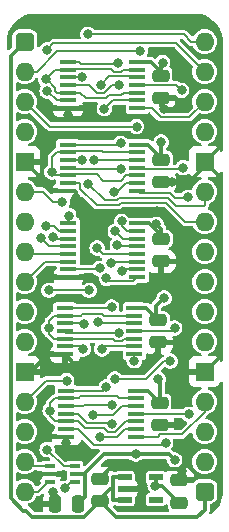
<source format=gbr>
%TF.GenerationSoftware,KiCad,Pcbnew,7.0.5*%
%TF.CreationDate,2023-12-17T20:06:10+02:00*%
%TF.ProjectId,Device Decode stage B,44657669-6365-4204-9465-636f64652073,rev?*%
%TF.SameCoordinates,Original*%
%TF.FileFunction,Copper,L1,Top*%
%TF.FilePolarity,Positive*%
%FSLAX46Y46*%
G04 Gerber Fmt 4.6, Leading zero omitted, Abs format (unit mm)*
G04 Created by KiCad (PCBNEW 7.0.5) date 2023-12-17 20:06:10*
%MOMM*%
%LPD*%
G01*
G04 APERTURE LIST*
G04 Aperture macros list*
%AMRoundRect*
0 Rectangle with rounded corners*
0 $1 Rounding radius*
0 $2 $3 $4 $5 $6 $7 $8 $9 X,Y pos of 4 corners*
0 Add a 4 corners polygon primitive as box body*
4,1,4,$2,$3,$4,$5,$6,$7,$8,$9,$2,$3,0*
0 Add four circle primitives for the rounded corners*
1,1,$1+$1,$2,$3*
1,1,$1+$1,$4,$5*
1,1,$1+$1,$6,$7*
1,1,$1+$1,$8,$9*
0 Add four rect primitives between the rounded corners*
20,1,$1+$1,$2,$3,$4,$5,0*
20,1,$1+$1,$4,$5,$6,$7,0*
20,1,$1+$1,$6,$7,$8,$9,0*
20,1,$1+$1,$8,$9,$2,$3,0*%
G04 Aperture macros list end*
%TA.AperFunction,ComponentPad*%
%ADD10RoundRect,0.400000X-0.400000X-0.400000X0.400000X-0.400000X0.400000X0.400000X-0.400000X0.400000X0*%
%TD*%
%TA.AperFunction,ComponentPad*%
%ADD11O,1.600000X1.600000*%
%TD*%
%TA.AperFunction,ComponentPad*%
%ADD12R,1.600000X1.600000*%
%TD*%
%TA.AperFunction,SMDPad,CuDef*%
%ADD13R,1.475000X0.450000*%
%TD*%
%TA.AperFunction,SMDPad,CuDef*%
%ADD14R,0.875000X0.450000*%
%TD*%
%TA.AperFunction,SMDPad,CuDef*%
%ADD15R,1.450000X0.450000*%
%TD*%
%TA.AperFunction,SMDPad,CuDef*%
%ADD16R,1.150000X0.600000*%
%TD*%
%TA.AperFunction,SMDPad,CuDef*%
%ADD17RoundRect,0.250000X0.475000X-0.250000X0.475000X0.250000X-0.475000X0.250000X-0.475000X-0.250000X0*%
%TD*%
%TA.AperFunction,SMDPad,CuDef*%
%ADD18RoundRect,0.250000X-0.475000X0.250000X-0.475000X-0.250000X0.475000X-0.250000X0.475000X0.250000X0*%
%TD*%
%TA.AperFunction,SMDPad,CuDef*%
%ADD19RoundRect,0.250000X0.250000X0.475000X-0.250000X0.475000X-0.250000X-0.475000X0.250000X-0.475000X0*%
%TD*%
%TA.AperFunction,ViaPad*%
%ADD20C,0.800000*%
%TD*%
%TA.AperFunction,Conductor*%
%ADD21C,0.380000*%
%TD*%
%TA.AperFunction,Conductor*%
%ADD22C,0.200000*%
%TD*%
G04 APERTURE END LIST*
D10*
%TO.P,J1,1,Pin_1*%
%TO.N,/5V*%
X88900000Y-58420000D03*
D11*
%TO.P,J1,2,Pin_2*%
%TO.N,/Y7+R*%
X88900000Y-60960000D03*
%TO.P,J1,3,Pin_3*%
%TO.N,/Y6+R*%
X88900000Y-63500000D03*
%TO.P,J1,4,Pin_4*%
%TO.N,/~{Device Registers}*%
X88900000Y-66040000D03*
D12*
%TO.P,J1,5,Pin_5*%
%TO.N,/GND*%
X88900000Y-68580000D03*
D11*
%TO.P,J1,6,Pin_6*%
%TO.N,/Y5+R*%
X88900000Y-71120000D03*
%TO.P,J1,7,Pin_7*%
%TO.N,/Y4+R*%
X88900000Y-73660000D03*
%TO.P,J1,8,Pin_8*%
%TO.N,/~{E2}*%
X88900000Y-76200000D03*
%TO.P,J1,9,Pin_9*%
%TO.N,/E3*%
X88900000Y-78740000D03*
%TO.P,J1,10,Pin_10*%
%TO.N,/A2*%
X88900000Y-81280000D03*
%TO.P,J1,11,Pin_11*%
%TO.N,/A1*%
X88900000Y-83820000D03*
D12*
%TO.P,J1,12,Pin_12*%
%TO.N,/GND*%
X88900000Y-86360000D03*
D11*
%TO.P,J1,13,Pin_13*%
%TO.N,/A0*%
X88900000Y-88900000D03*
%TO.P,J1,14,Pin_14*%
%TO.N,unconnected-(J1-Pin_14-Pad14)*%
X88900000Y-91440000D03*
%TO.P,J1,15,Pin_15*%
%TO.N,/~{RD}_{IN}*%
X88900000Y-93980000D03*
%TO.P,J1,16,Pin_16*%
%TO.N,/~{WD}_{IN}*%
X88900000Y-96520000D03*
D10*
%TO.P,J1,17,Pin_17*%
%TO.N,/5V*%
X104140000Y-96520000D03*
D11*
%TO.P,J1,18,Pin_18*%
%TO.N,unconnected-(J1-Pin_18-Pad18)*%
X104140000Y-93980000D03*
%TO.P,J1,19,Pin_19*%
%TO.N,/Y7+W*%
X104140000Y-91440000D03*
%TO.P,J1,20,Pin_20*%
%TO.N,/Y6+W*%
X104140000Y-88900000D03*
D12*
%TO.P,J1,21,Pin_21*%
%TO.N,/GND*%
X104140000Y-86360000D03*
D11*
%TO.P,J1,22,Pin_22*%
%TO.N,/Y5+W*%
X104140000Y-83820000D03*
%TO.P,J1,23,Pin_23*%
%TO.N,/Y4+W*%
X104140000Y-81280000D03*
%TO.P,J1,24,Pin_24*%
%TO.N,/Y3+W*%
X104140000Y-78740000D03*
%TO.P,J1,25,Pin_25*%
%TO.N,/Y2+W*%
X104140000Y-76200000D03*
%TO.P,J1,26,Pin_26*%
%TO.N,/Y1+W*%
X104140000Y-73660000D03*
%TO.P,J1,27,Pin_27*%
%TO.N,/Y0+W*%
X104140000Y-71120000D03*
D12*
%TO.P,J1,28,Pin_28*%
%TO.N,/GND*%
X104140000Y-68580000D03*
D11*
%TO.P,J1,29,Pin_29*%
%TO.N,/Y3+R*%
X104140000Y-66040000D03*
%TO.P,J1,30,Pin_30*%
%TO.N,/Y2+R*%
X104140000Y-63500000D03*
%TO.P,J1,31,Pin_31*%
%TO.N,/Y1+R*%
X104140000Y-60960000D03*
%TO.P,J1,32,Pin_32*%
%TO.N,/Y0+R*%
X104140000Y-58420000D03*
%TD*%
D13*
%TO.P,IC16,1,1A*%
%TO.N,/~{Y0}*%
X92566000Y-60153000D03*
%TO.P,IC16,2,1B*%
%TO.N,/~{RD}*%
X92566000Y-60803000D03*
%TO.P,IC16,3,1Y*%
%TO.N,/Y0+R*%
X92566000Y-61453000D03*
%TO.P,IC16,4,2A*%
%TO.N,/~{Y1}*%
X92566000Y-62103000D03*
%TO.P,IC16,5,2B*%
%TO.N,/~{RD}*%
X92566000Y-62753000D03*
%TO.P,IC16,6,2Y*%
%TO.N,/Y1+R*%
X92566000Y-63403000D03*
%TO.P,IC16,7,GND*%
%TO.N,/GND*%
X92566000Y-64053000D03*
%TO.P,IC16,8,3Y*%
%TO.N,/Y2+R*%
X98442000Y-64053000D03*
%TO.P,IC16,9,3A*%
%TO.N,/~{Y2}*%
X98442000Y-63403000D03*
%TO.P,IC16,10,3B*%
%TO.N,/~{RD}*%
X98442000Y-62753000D03*
%TO.P,IC16,11,4Y*%
%TO.N,/Y3+R*%
X98442000Y-62103000D03*
%TO.P,IC16,12,4A*%
%TO.N,/~{Y3}*%
X98442000Y-61453000D03*
%TO.P,IC16,13,4B*%
%TO.N,/~{RD}*%
X98442000Y-60803000D03*
%TO.P,IC16,14,3V*%
%TO.N,/3.3V*%
X98442000Y-60153000D03*
%TD*%
%TO.P,IC6,1,1A*%
%TO.N,/~{Y4}*%
X92312000Y-80981000D03*
%TO.P,IC6,2,1B*%
%TO.N,/~{RD}*%
X92312000Y-81631000D03*
%TO.P,IC6,3,1Y*%
%TO.N,/Y4+R*%
X92312000Y-82281000D03*
%TO.P,IC6,4,2A*%
%TO.N,/~{Y5}*%
X92312000Y-82931000D03*
%TO.P,IC6,5,2B*%
%TO.N,/~{RD}*%
X92312000Y-83581000D03*
%TO.P,IC6,6,2Y*%
%TO.N,/Y5+R*%
X92312000Y-84231000D03*
%TO.P,IC6,7,GND*%
%TO.N,/GND*%
X92312000Y-84881000D03*
%TO.P,IC6,8,3Y*%
%TO.N,/Y6+R*%
X98188000Y-84881000D03*
%TO.P,IC6,9,3A*%
%TO.N,/~{Y6}*%
X98188000Y-84231000D03*
%TO.P,IC6,10,3B*%
%TO.N,/~{RD}*%
X98188000Y-83581000D03*
%TO.P,IC6,11,4Y*%
%TO.N,/Y7+R*%
X98188000Y-82931000D03*
%TO.P,IC6,12,4A*%
%TO.N,/~{Y7}*%
X98188000Y-82281000D03*
%TO.P,IC6,13,4B*%
%TO.N,/~{RD}*%
X98188000Y-81631000D03*
%TO.P,IC6,14,3V*%
%TO.N,/3.3V*%
X98188000Y-80981000D03*
%TD*%
%TO.P,IC5,1,1A*%
%TO.N,/~{Y4}*%
X92439000Y-87966000D03*
%TO.P,IC5,2,1B*%
%TO.N,/~{WD}*%
X92439000Y-88616000D03*
%TO.P,IC5,3,1Y*%
%TO.N,/Y4+W*%
X92439000Y-89266000D03*
%TO.P,IC5,4,2A*%
%TO.N,/~{Y5}*%
X92439000Y-89916000D03*
%TO.P,IC5,5,2B*%
%TO.N,/~{WD}*%
X92439000Y-90566000D03*
%TO.P,IC5,6,2Y*%
%TO.N,/Y5+W*%
X92439000Y-91216000D03*
%TO.P,IC5,7,GND*%
%TO.N,/GND*%
X92439000Y-91866000D03*
%TO.P,IC5,8,3Y*%
%TO.N,/Y6+W*%
X98315000Y-91866000D03*
%TO.P,IC5,9,3A*%
%TO.N,/~{Y6}*%
X98315000Y-91216000D03*
%TO.P,IC5,10,3B*%
%TO.N,/~{WD}*%
X98315000Y-90566000D03*
%TO.P,IC5,11,4Y*%
%TO.N,/Y7+W*%
X98315000Y-89916000D03*
%TO.P,IC5,12,4A*%
%TO.N,/~{Y7}*%
X98315000Y-89266000D03*
%TO.P,IC5,13,4B*%
%TO.N,/~{WD}*%
X98315000Y-88616000D03*
%TO.P,IC5,14,3V*%
%TO.N,/3.3V*%
X98315000Y-87966000D03*
%TD*%
D14*
%TO.P,IC4,1,1A*%
%TO.N,/~{RD}_{IN}*%
X91016000Y-94378000D03*
%TO.P,IC4,2,GND*%
%TO.N,/GND*%
X91016000Y-95028000D03*
%TO.P,IC4,3,2A*%
%TO.N,/~{WD}_{IN}*%
X91016000Y-95678000D03*
%TO.P,IC4,4,2Y*%
%TO.N,/~{WD}*%
X93140000Y-95678000D03*
%TO.P,IC4,5,3V*%
%TO.N,/3.3V*%
X93140000Y-95028000D03*
%TO.P,IC4,6,1Y*%
%TO.N,/~{RD}*%
X93140000Y-94378000D03*
%TD*%
D13*
%TO.P,IC3,1,1A*%
%TO.N,/~{Y0}*%
X92549000Y-67138000D03*
%TO.P,IC3,2,1B*%
%TO.N,/~{WD}*%
X92549000Y-67788000D03*
%TO.P,IC3,3,1Y*%
%TO.N,/Y0+W*%
X92549000Y-68438000D03*
%TO.P,IC3,4,2A*%
%TO.N,/~{Y1}*%
X92549000Y-69088000D03*
%TO.P,IC3,5,2B*%
%TO.N,/~{WD}*%
X92549000Y-69738000D03*
%TO.P,IC3,6,2Y*%
%TO.N,/Y1+W*%
X92549000Y-70388000D03*
%TO.P,IC3,7,GND*%
%TO.N,/GND*%
X92549000Y-71038000D03*
%TO.P,IC3,8,3Y*%
%TO.N,/Y2+W*%
X98425000Y-71038000D03*
%TO.P,IC3,9,3A*%
%TO.N,/~{Y2}*%
X98425000Y-70388000D03*
%TO.P,IC3,10,3B*%
%TO.N,/~{WD}*%
X98425000Y-69738000D03*
%TO.P,IC3,11,4Y*%
%TO.N,/Y3+W*%
X98425000Y-69088000D03*
%TO.P,IC3,12,4A*%
%TO.N,/~{Y3}*%
X98425000Y-68438000D03*
%TO.P,IC3,13,4B*%
%TO.N,/~{WD}*%
X98425000Y-67788000D03*
%TO.P,IC3,14,3V*%
%TO.N,/3.3V*%
X98425000Y-67138000D03*
%TD*%
D15*
%TO.P,IC2,1,A0*%
%TO.N,/A0*%
X92579000Y-73798000D03*
%TO.P,IC2,2,A1*%
%TO.N,/A1*%
X92579000Y-74448000D03*
%TO.P,IC2,3,A2*%
%TO.N,/A2*%
X92579000Y-75098000D03*
%TO.P,IC2,4,~{E1}*%
%TO.N,/~{Device Registers}*%
X92579000Y-75748000D03*
%TO.P,IC2,5,~{E2}*%
%TO.N,/~{E2}*%
X92579000Y-76398000D03*
%TO.P,IC2,6,E3*%
%TO.N,/E3*%
X92579000Y-77048000D03*
%TO.P,IC2,7,~{Y7}*%
%TO.N,/~{Y7}*%
X92579000Y-77698000D03*
%TO.P,IC2,8,GND*%
%TO.N,/GND*%
X92579000Y-78348000D03*
%TO.P,IC2,9,~{Y6}*%
%TO.N,/~{Y6}*%
X98429000Y-78348000D03*
%TO.P,IC2,10,~{Y5}*%
%TO.N,/~{Y5}*%
X98429000Y-77698000D03*
%TO.P,IC2,11,~{Y4}*%
%TO.N,/~{Y4}*%
X98429000Y-77048000D03*
%TO.P,IC2,12,~{Y3}*%
%TO.N,/~{Y3}*%
X98429000Y-76398000D03*
%TO.P,IC2,13,~{Y2}*%
%TO.N,/~{Y2}*%
X98429000Y-75748000D03*
%TO.P,IC2,14,~{Y1}*%
%TO.N,/~{Y1}*%
X98429000Y-75098000D03*
%TO.P,IC2,15,~{Y0}*%
%TO.N,/~{Y0}*%
X98429000Y-74448000D03*
%TO.P,IC2,16,3V*%
%TO.N,/3.3V*%
X98429000Y-73798000D03*
%TD*%
D16*
%TO.P,IC1,1,VIN*%
%TO.N,/5V*%
X97379000Y-95316000D03*
%TO.P,IC1,2,GND*%
%TO.N,/GND*%
X97379000Y-96266000D03*
%TO.P,IC1,3,EN*%
%TO.N,/5V*%
X97379000Y-97216000D03*
%TO.P,IC1,4,ADJ*%
%TO.N,unconnected-(IC1-ADJ-Pad4)*%
X99979000Y-97216000D03*
%TO.P,IC1,5,VOUT*%
%TO.N,/3.3V*%
X99979000Y-95316000D03*
%TD*%
D17*
%TO.P,C10,1*%
%TO.N,/5V*%
X95250000Y-97327000D03*
%TO.P,C10,2*%
%TO.N,/GND*%
X95250000Y-95427000D03*
%TD*%
D18*
%TO.P,C4,1*%
%TO.N,/3.3V*%
X100457000Y-75139000D03*
%TO.P,C4,2*%
%TO.N,/GND*%
X100457000Y-77039000D03*
%TD*%
%TO.P,C5,1*%
%TO.N,/3.3V*%
X100457000Y-68408000D03*
%TO.P,C5,2*%
%TO.N,/GND*%
X100457000Y-70308000D03*
%TD*%
%TO.P,C2,1*%
%TO.N,/3.3V*%
X100203000Y-81997000D03*
%TO.P,C2,2*%
%TO.N,/GND*%
X100203000Y-83897000D03*
%TD*%
D17*
%TO.P,C11,1*%
%TO.N,/3.3V*%
X101981000Y-97454000D03*
%TO.P,C11,2*%
%TO.N,/GND*%
X101981000Y-95554000D03*
%TD*%
D19*
%TO.P,C3,1*%
%TO.N,/3.3V*%
X93390000Y-97536000D03*
%TO.P,C3,2*%
%TO.N,/GND*%
X91490000Y-97536000D03*
%TD*%
D18*
%TO.P,C1,1*%
%TO.N,/3.3V*%
X100431600Y-61296000D03*
%TO.P,C1,2*%
%TO.N,/GND*%
X100431600Y-63196000D03*
%TD*%
%TO.P,C9,1*%
%TO.N,/3.3V*%
X100330000Y-88982000D03*
%TO.P,C9,2*%
%TO.N,/GND*%
X100330000Y-90882000D03*
%TD*%
D20*
%TO.N,/GND*%
X90017925Y-95240495D03*
X100753421Y-65535002D03*
X93218000Y-71628000D03*
X101861502Y-90748000D03*
X101334027Y-70319977D03*
X91312988Y-96520000D03*
X92357521Y-92391930D03*
X100076000Y-72761274D03*
X92583000Y-64643000D03*
X100711000Y-64134996D03*
X99822000Y-79121000D03*
X98678978Y-94626000D03*
X96012000Y-57023000D03*
X102235000Y-94742000D03*
%TO.N,/3.3V*%
X101600000Y-93836000D03*
X98298001Y-93344999D03*
X100457000Y-66929000D03*
X99949000Y-96012000D03*
X100584000Y-60198000D03*
X100711000Y-80137000D03*
X100203000Y-86995000D03*
X100046314Y-73897562D03*
%TO.N,/A0*%
X92631124Y-73152827D03*
X92456000Y-87122000D03*
%TO.N,/A1*%
X90700020Y-74041000D03*
%TO.N,/A2*%
X91309364Y-74943490D03*
%TO.N,/~{WD}*%
X92274527Y-96245278D03*
X91059000Y-89661996D03*
X91212027Y-69469000D03*
%TO.N,/~{RD}*%
X90805000Y-92964000D03*
X90672834Y-61619770D03*
X90932005Y-82676995D03*
%TO.N,/~{Y7}*%
X95250000Y-77615065D03*
X95123000Y-82169000D03*
X94663005Y-90043000D03*
%TO.N,/~{Y6}*%
X95442000Y-84455000D03*
X95823000Y-78471555D03*
X95250000Y-91883000D03*
%TO.N,/~{Y5}*%
X97162919Y-77824267D03*
X96847088Y-83053677D03*
X96266000Y-90783000D03*
%TO.N,/~{Y4}*%
X96242462Y-77187996D03*
X96265998Y-80899000D03*
X95794227Y-87660467D03*
%TO.N,/~{Y3}*%
X95033939Y-75908069D03*
X95345615Y-62108615D03*
X94742000Y-68438000D03*
%TO.N,/~{Y2}*%
X96738242Y-75642657D03*
X96421000Y-71167557D03*
X95641413Y-64098816D03*
%TO.N,/~{Y1}*%
X96925615Y-62123632D03*
X97025476Y-69212127D03*
X96567000Y-74475026D03*
%TO.N,/~{Y0}*%
X97101140Y-73629627D03*
X97028000Y-67029050D03*
X96802000Y-60263000D03*
%TO.N,/Y0+W*%
X93742053Y-68427475D03*
X94286287Y-70495712D03*
%TO.N,/Y2+W*%
X102722302Y-71604284D03*
%TO.N,/Y3+W*%
X102300000Y-69095834D03*
%TO.N,/Y4+W*%
X96266000Y-89154000D03*
X101218994Y-85471000D03*
X96531490Y-86984858D03*
%TO.N,/Y5+W*%
X100838001Y-92382010D03*
%TO.N,/Y7+W*%
X102771000Y-89973794D03*
%TO.N,/Y0+R*%
X93785523Y-61430183D03*
X94243950Y-57813000D03*
%TO.N,/Y1+R*%
X90805000Y-62611000D03*
X90754525Y-59131525D03*
%TO.N,/Y3+R*%
X102193954Y-62550815D03*
%TO.N,/~{Device Registers}*%
X90309413Y-75063827D03*
%TO.N,/Y4+R*%
X94359090Y-79474914D03*
X93918000Y-82296000D03*
X90959086Y-79474916D03*
%TO.N,/Y5+R*%
X93853000Y-84455000D03*
X92075000Y-72009000D03*
%TO.N,/Y6+R*%
X98171000Y-85471000D03*
X98373000Y-65620000D03*
%TO.N,/Y7+R*%
X98679000Y-59247000D03*
X101600000Y-82677000D03*
%TD*%
D21*
%TO.N,/5V*%
X87710000Y-97057200D02*
X88795800Y-98143000D01*
X88999000Y-98143000D02*
X89507000Y-98651000D01*
X96424000Y-95316000D02*
X96414000Y-95326000D01*
X87710000Y-59610000D02*
X88900000Y-58420000D01*
X95250000Y-97155000D02*
X96139000Y-96266000D01*
X103505000Y-98679000D02*
X96602000Y-98679000D01*
X89507000Y-98651000D02*
X93926000Y-98651000D01*
X96414000Y-96266000D02*
X96414000Y-97206000D01*
X96414000Y-95326000D02*
X96414000Y-96266000D01*
X96602000Y-98679000D02*
X95250000Y-97327000D01*
X93926000Y-98651000D02*
X95250000Y-97327000D01*
X96139000Y-96266000D02*
X96414000Y-96266000D01*
X104140000Y-96520000D02*
X104140000Y-98044000D01*
X96414000Y-97206000D02*
X96424000Y-97216000D01*
X96424000Y-97216000D02*
X97379000Y-97216000D01*
X88795800Y-98143000D02*
X88999000Y-98143000D01*
X87710000Y-59610000D02*
X87710000Y-97057200D01*
X104140000Y-98044000D02*
X103505000Y-98679000D01*
X97379000Y-95316000D02*
X96424000Y-95316000D01*
%TO.N,/GND*%
X98679000Y-94626000D02*
X96051000Y-94626000D01*
X91744800Y-97205802D02*
X91744800Y-96951812D01*
X104140000Y-68580000D02*
X105330000Y-67390000D01*
X91016000Y-95028000D02*
X90230420Y-95028000D01*
X92828816Y-64888816D02*
X95968642Y-64888816D01*
X95968642Y-64888816D02*
X96087458Y-64770000D01*
X98550500Y-86261000D02*
X100203000Y-84608500D01*
X92439000Y-91866000D02*
X92439000Y-92310451D01*
X90090000Y-79099771D02*
X90090000Y-84084000D01*
X100431600Y-63855596D02*
X100711000Y-64134996D01*
X92583000Y-64070000D02*
X92583000Y-64643000D01*
X99681445Y-79261555D02*
X99822000Y-79121000D01*
X100431600Y-63196000D02*
X100431600Y-63855596D01*
X96051000Y-94626000D02*
X95250000Y-95427000D01*
X97180771Y-85598000D02*
X97843771Y-86261000D01*
X105330000Y-67390000D02*
X105330000Y-63007085D01*
X105330000Y-85170000D02*
X105330000Y-69770000D01*
X98679000Y-95921000D02*
X98679000Y-94626000D01*
X97379000Y-96266000D02*
X98334000Y-96266000D01*
X91358000Y-71038000D02*
X88900000Y-68580000D01*
X99952002Y-65535002D02*
X100753421Y-65535002D01*
X100203000Y-84608500D02*
X100203000Y-83897000D01*
X101981000Y-94996000D02*
X102235000Y-94742000D01*
X102793000Y-70308000D02*
X100457000Y-70308000D01*
X105330000Y-63007085D02*
X104552915Y-62230000D01*
X90887000Y-84881000D02*
X92312000Y-84881000D01*
X100457000Y-78486000D02*
X99822000Y-79121000D01*
X104140000Y-86360000D02*
X105330000Y-85170000D01*
X103632000Y-62230000D02*
X101727004Y-64134996D01*
X92439000Y-92310451D02*
X92357521Y-92391930D01*
X97843771Y-86261000D02*
X98550500Y-86261000D01*
X93029000Y-85598000D02*
X97180771Y-85598000D01*
X100076000Y-72761274D02*
X94351274Y-72761274D01*
X104140000Y-68961000D02*
X102793000Y-70308000D01*
X100330000Y-90882000D02*
X101727502Y-90882000D01*
X92312000Y-84881000D02*
X93029000Y-85598000D01*
X93061500Y-71038000D02*
X93218000Y-71194500D01*
X93218000Y-71194500D02*
X93218000Y-71628000D01*
X102119000Y-94626000D02*
X102235000Y-94742000D01*
X90230420Y-95028000D02*
X90017925Y-95240495D01*
X92579000Y-78348000D02*
X94525385Y-78348000D01*
X99187000Y-64770000D02*
X99952002Y-65535002D01*
X95438940Y-79261555D02*
X99681445Y-79261555D01*
X90841771Y-78348000D02*
X90090000Y-79099771D01*
X92549000Y-71038000D02*
X91358000Y-71038000D01*
X100457000Y-77039000D02*
X100457000Y-78486000D01*
X98679000Y-94626000D02*
X102119000Y-94626000D01*
X94525385Y-78348000D02*
X95438940Y-79261555D01*
X92579000Y-78348000D02*
X90841771Y-78348000D01*
X94351274Y-72761274D02*
X93218000Y-71628000D01*
X90090000Y-84084000D02*
X90887000Y-84881000D01*
X105330000Y-69770000D02*
X104140000Y-68580000D01*
X91744800Y-96951812D02*
X91312988Y-96520000D01*
X96087458Y-64770000D02*
X99187000Y-64770000D01*
X89408000Y-86360000D02*
X90887000Y-84881000D01*
X101727004Y-64134996D02*
X100711000Y-64134996D01*
X104552915Y-62230000D02*
X103632000Y-62230000D01*
X92583000Y-64643000D02*
X92828816Y-64888816D01*
X98334000Y-96266000D02*
X98679000Y-95921000D01*
X101727502Y-90882000D02*
X101861502Y-90748000D01*
%TO.N,/3.3V*%
X100457000Y-74308248D02*
X100046314Y-73897562D01*
X100330000Y-87122000D02*
X100203000Y-86995000D01*
X100457000Y-74803000D02*
X99452000Y-73798000D01*
X100011000Y-80837000D02*
X100711000Y-80137000D01*
X93967500Y-96958500D02*
X93390000Y-97536000D01*
X99314000Y-87966000D02*
X100330000Y-88982000D01*
X100457000Y-75139000D02*
X100457000Y-74803000D01*
X100203000Y-81997000D02*
X99187000Y-80981000D01*
X93140000Y-95028000D02*
X93957500Y-95028000D01*
X100457000Y-68408000D02*
X100457000Y-66929000D01*
X99979000Y-95316000D02*
X99979000Y-95982000D01*
X100330000Y-88982000D02*
X100330000Y-87122000D01*
X100457000Y-68252750D02*
X99342250Y-67138000D01*
X95640501Y-93344999D02*
X98298001Y-93344999D01*
X98315000Y-87966000D02*
X99314000Y-87966000D01*
X93957500Y-95028000D02*
X95640501Y-93344999D01*
X101108999Y-93344999D02*
X101600000Y-93836000D01*
X99559500Y-60153000D02*
X100431600Y-61025100D01*
X100011000Y-81805000D02*
X100011000Y-80837000D01*
X93957500Y-95028000D02*
X93967500Y-95038000D01*
X101981000Y-97454000D02*
X100539000Y-96012000D01*
X93967500Y-95038000D02*
X93967500Y-96958500D01*
X98298001Y-93344999D02*
X101108999Y-93344999D01*
X100539000Y-96012000D02*
X99949000Y-96012000D01*
X99452000Y-73798000D02*
X98429000Y-73798000D01*
X100457000Y-75139000D02*
X100457000Y-74308248D01*
X100431600Y-61296000D02*
X100431600Y-60350400D01*
X99979000Y-95982000D02*
X99949000Y-96012000D01*
X98442000Y-60153000D02*
X99559500Y-60153000D01*
X99187000Y-80981000D02*
X98188000Y-80981000D01*
X100431600Y-60350400D02*
X100584000Y-60198000D01*
X99342250Y-67138000D02*
X98425000Y-67138000D01*
D22*
%TO.N,/A0*%
X90678000Y-87122000D02*
X92456000Y-87122000D01*
X92579000Y-73204951D02*
X92631124Y-73152827D01*
X88900000Y-88900000D02*
X90678000Y-87122000D01*
X92579000Y-73798000D02*
X92579000Y-73204951D01*
%TO.N,/A1*%
X92579000Y-74448000D02*
X91804976Y-74448000D01*
X91397976Y-74041000D02*
X90700020Y-74041000D01*
X91804976Y-74448000D02*
X91397976Y-74041000D01*
%TO.N,/A2*%
X91463874Y-75098000D02*
X91309364Y-74943490D01*
X92579000Y-75098000D02*
X91463874Y-75098000D01*
%TO.N,/~{WD}*%
X91059000Y-89058500D02*
X91059000Y-89661996D01*
X92651500Y-67685500D02*
X95465450Y-67685500D01*
X98425000Y-69738000D02*
X97487500Y-69738000D01*
X91611500Y-67788000D02*
X91212027Y-68187473D01*
X92439000Y-90566000D02*
X91501500Y-90566000D01*
X93376500Y-90566000D02*
X92439000Y-90566000D01*
X92549000Y-69738000D02*
X91481027Y-69738000D01*
X91501500Y-90566000D02*
X91059000Y-90123500D01*
X95572041Y-70198091D02*
X95002105Y-69628155D01*
X98315000Y-88616000D02*
X96871000Y-88616000D01*
X95649051Y-91178001D02*
X93988501Y-91178001D01*
X97494950Y-90566000D02*
X96577950Y-91483000D01*
X92841805Y-95678000D02*
X92274527Y-96245278D01*
X95954050Y-91483000D02*
X95649051Y-91178001D01*
X97487500Y-69738000D02*
X97027409Y-70198091D01*
X92549000Y-67788000D02*
X91611500Y-67788000D01*
X95509010Y-67729060D02*
X98366060Y-67729060D01*
X91501500Y-88616000D02*
X91059000Y-89058500D01*
X93625050Y-88454000D02*
X93463050Y-88616000D01*
X95002105Y-69628155D02*
X92658845Y-69628155D01*
X97027409Y-70198091D02*
X95572041Y-70198091D01*
X96709000Y-88454000D02*
X93625050Y-88454000D01*
X91212027Y-68187473D02*
X91212027Y-69469000D01*
X93988501Y-91178001D02*
X93376500Y-90566000D01*
X96871000Y-88616000D02*
X96709000Y-88454000D01*
X93463050Y-88616000D02*
X92439000Y-88616000D01*
X92439000Y-88616000D02*
X91501500Y-88616000D01*
X96577950Y-91483000D02*
X95954050Y-91483000D01*
X98315000Y-90566000D02*
X97494950Y-90566000D01*
X95465450Y-67685500D02*
X95509010Y-67729060D01*
X91059000Y-90123500D02*
X91059000Y-89661996D01*
X91481027Y-69738000D02*
X91212027Y-69469000D01*
%TO.N,/~{RD}*%
X92566000Y-62753000D02*
X93614000Y-62753000D01*
X93140000Y-94378000D02*
X92219000Y-94378000D01*
X96484050Y-60963000D02*
X96224050Y-60703000D01*
X93614000Y-62753000D02*
X94069615Y-63208615D01*
X92566000Y-60803000D02*
X91489604Y-60803000D01*
X95574950Y-81631000D02*
X95412950Y-81469000D01*
X92312000Y-83581000D02*
X96384461Y-83581000D01*
X90803720Y-61619770D02*
X90672834Y-61619770D01*
X90932005Y-83138505D02*
X90932005Y-82676995D01*
X97137038Y-83753677D02*
X97309715Y-83581000D01*
X98442000Y-60803000D02*
X97251950Y-60803000D01*
X91374500Y-81631000D02*
X90932005Y-82073495D01*
X92312000Y-81631000D02*
X91374500Y-81631000D01*
X91505000Y-62629500D02*
X91505000Y-62321050D01*
X96557138Y-83753677D02*
X97137038Y-83753677D01*
X92219000Y-94378000D02*
X90805000Y-92964000D01*
X95801251Y-63208615D02*
X96034845Y-62975020D01*
X91374500Y-83581000D02*
X90932005Y-83138505D01*
X92566000Y-62753000D02*
X91628500Y-62753000D01*
X94069615Y-63208615D02*
X95801251Y-63208615D01*
X96034845Y-62975020D02*
X97064177Y-62975020D01*
X93629000Y-81631000D02*
X92312000Y-81631000D01*
X97091950Y-60963000D02*
X96484050Y-60963000D01*
X93791000Y-81469000D02*
X93629000Y-81631000D01*
X95412950Y-81469000D02*
X93791000Y-81469000D01*
X97064177Y-62975020D02*
X97286197Y-62753000D01*
X91505000Y-62321050D02*
X90803720Y-61619770D01*
X92312000Y-83581000D02*
X91374500Y-83581000D01*
X96224050Y-60703000D02*
X92666000Y-60703000D01*
X91628500Y-62753000D02*
X91505000Y-62629500D01*
X96384461Y-83581000D02*
X96557138Y-83753677D01*
X98188000Y-81631000D02*
X95574950Y-81631000D01*
X97251950Y-60803000D02*
X97091950Y-60963000D01*
X90932005Y-82073495D02*
X90932005Y-82676995D01*
X97309715Y-83581000D02*
X98188000Y-83581000D01*
X97286197Y-62753000D02*
X98442000Y-62753000D01*
X91489604Y-60803000D02*
X90672834Y-61619770D01*
%TO.N,/~{WD}_{IN}*%
X90031370Y-96520000D02*
X90873370Y-95678000D01*
X88900000Y-96520000D02*
X90031370Y-96520000D01*
%TO.N,/~{RD}_{IN}*%
X91016000Y-94378000D02*
X89298000Y-94378000D01*
%TO.N,/~{E2}*%
X92579000Y-76398000D02*
X89098000Y-76398000D01*
%TO.N,/E3*%
X90592000Y-77048000D02*
X88900000Y-78740000D01*
X92579000Y-77048000D02*
X90592000Y-77048000D01*
%TO.N,/~{Y7}*%
X97170000Y-89266000D02*
X96393000Y-90043000D01*
X92579000Y-77698000D02*
X95167065Y-77698000D01*
X95167065Y-77698000D02*
X95250000Y-77615065D01*
X98315000Y-89266000D02*
X97170000Y-89266000D01*
X98188000Y-82281000D02*
X95235000Y-82281000D01*
X96393000Y-90043000D02*
X94663005Y-90043000D01*
X95235000Y-82281000D02*
X95123000Y-82169000D01*
%TO.N,/~{Y6}*%
X98429000Y-78348000D02*
X98099000Y-78678000D01*
X95666000Y-84231000D02*
X95442000Y-84455000D01*
X98099000Y-78678000D02*
X96029445Y-78678000D01*
X98315000Y-91216000D02*
X97410636Y-91216000D01*
X98188000Y-84231000D02*
X95666000Y-84231000D01*
X96743636Y-91883000D02*
X95250000Y-91883000D01*
X96029445Y-78678000D02*
X95823000Y-78471555D01*
X97410636Y-91216000D02*
X96743636Y-91883000D01*
%TO.N,/~{Y5}*%
X92439000Y-89916000D02*
X93376500Y-89916000D01*
X92434677Y-83053677D02*
X96847088Y-83053677D01*
X97289186Y-77698000D02*
X97162919Y-77824267D01*
X94203500Y-90743000D02*
X96226000Y-90743000D01*
X98429000Y-77698000D02*
X97289186Y-77698000D01*
X96226000Y-90743000D02*
X96266000Y-90783000D01*
X93376500Y-89916000D02*
X94203500Y-90743000D01*
%TO.N,/~{Y4}*%
X98429000Y-77048000D02*
X96382458Y-77048000D01*
X95488694Y-87966000D02*
X95794227Y-87660467D01*
X96183998Y-80981000D02*
X96265998Y-80899000D01*
X92439000Y-87966000D02*
X95488694Y-87966000D01*
X92312000Y-80981000D02*
X96183998Y-80981000D01*
X96382458Y-77048000D02*
X96242462Y-77187996D01*
%TO.N,/~{Y3}*%
X95523870Y-76398000D02*
X95033939Y-75908069D01*
X96079210Y-61375020D02*
X95345615Y-62108615D01*
X94742000Y-68438000D02*
X98425000Y-68438000D01*
X98429000Y-76398000D02*
X95523870Y-76398000D01*
X98364020Y-61375020D02*
X96079210Y-61375020D01*
%TO.N,/~{Y2}*%
X97487500Y-70388000D02*
X96707943Y-71167557D01*
X96337229Y-63403000D02*
X95641413Y-64098816D01*
X98429000Y-75748000D02*
X96843585Y-75748000D01*
X96843585Y-75748000D02*
X96738242Y-75642657D01*
X98425000Y-70388000D02*
X97487500Y-70388000D01*
X96707943Y-71167557D02*
X96421000Y-71167557D01*
X98442000Y-63403000D02*
X96337229Y-63403000D01*
%TO.N,/~{Y1}*%
X92593183Y-62130183D02*
X94377233Y-62130183D01*
X94377233Y-62130183D02*
X95055665Y-62808615D01*
X97189974Y-75098000D02*
X96567000Y-74475026D01*
X92673131Y-69212131D02*
X97025472Y-69212131D01*
X95055665Y-62808615D02*
X95635565Y-62808615D01*
X97025472Y-69212131D02*
X97025476Y-69212127D01*
X98429000Y-75098000D02*
X97189974Y-75098000D01*
X95635565Y-62808615D02*
X96320548Y-62123632D01*
X96320548Y-62123632D02*
X96925615Y-62123632D01*
%TO.N,/~{Y0}*%
X93503500Y-60153000D02*
X93651500Y-60301000D01*
X98429000Y-74448000D02*
X97529924Y-74448000D01*
X92549000Y-67138000D02*
X96919050Y-67138000D01*
X93651500Y-60301000D02*
X96764000Y-60301000D01*
X96919050Y-67138000D02*
X97028000Y-67029050D01*
X96764000Y-60301000D02*
X96802000Y-60263000D01*
X92566000Y-60153000D02*
X93503500Y-60153000D01*
X97529924Y-74448000D02*
X97101140Y-74019216D01*
X97101140Y-74019216D02*
X97101140Y-73629627D01*
%TO.N,/Y0+W*%
X95658132Y-71867557D02*
X94286287Y-70495712D01*
X93731528Y-68438000D02*
X93742053Y-68427475D01*
X104140000Y-71120000D02*
X104140000Y-72251370D01*
X104087086Y-72304284D02*
X101710598Y-72304284D01*
X101067588Y-71661274D02*
X96917233Y-71661274D01*
X101710598Y-72304284D02*
X101067588Y-71661274D01*
X92549000Y-68438000D02*
X93731528Y-68438000D01*
X104140000Y-72251370D02*
X104087086Y-72304284D01*
X96710950Y-71867557D02*
X95658132Y-71867557D01*
X96917233Y-71661274D02*
X96710950Y-71867557D01*
%TO.N,/Y1+W*%
X94984022Y-72267557D02*
X96876636Y-72267557D01*
X100901902Y-72061274D02*
X102500628Y-73660000D01*
X92549000Y-70388000D02*
X93486500Y-70388000D01*
X93586500Y-70488000D02*
X93586500Y-70870035D01*
X96876636Y-72267557D02*
X97082919Y-72061274D01*
X93586500Y-70870035D02*
X94984022Y-72267557D01*
X93486500Y-70388000D02*
X93586500Y-70488000D01*
X97082919Y-72061274D02*
X100901902Y-72061274D01*
X102500628Y-73660000D02*
X104140000Y-73660000D01*
%TO.N,/Y2+W*%
X98425000Y-71038000D02*
X98626000Y-71239000D01*
X98626000Y-71239000D02*
X101211000Y-71239000D01*
X102698586Y-71628000D02*
X102722302Y-71604284D01*
X101211000Y-71239000D02*
X101600000Y-71628000D01*
X101600000Y-71628000D02*
X102698586Y-71628000D01*
%TO.N,/Y3+W*%
X98545000Y-69208000D02*
X102187834Y-69208000D01*
X102187834Y-69208000D02*
X102300000Y-69095834D01*
%TO.N,/Y4+W*%
X93980000Y-89154000D02*
X96266000Y-89154000D01*
X99197142Y-86984858D02*
X100711000Y-85471000D01*
X96531490Y-86984858D02*
X99197142Y-86984858D01*
X100711000Y-85471000D02*
X101218994Y-85471000D01*
X92439000Y-89266000D02*
X93868000Y-89266000D01*
X93868000Y-89266000D02*
X93980000Y-89154000D01*
%TO.N,/Y5+W*%
X94743500Y-92583000D02*
X100637011Y-92583000D01*
X93376500Y-91216000D02*
X94743500Y-92583000D01*
X100637011Y-92583000D02*
X100838001Y-92382010D01*
X92439000Y-91216000D02*
X93376500Y-91216000D01*
%TO.N,/Y6+W*%
X100156043Y-91866000D02*
X100340043Y-91682000D01*
X102247000Y-91682000D02*
X104140000Y-89789000D01*
X100340043Y-91682000D02*
X102247000Y-91682000D01*
X98315000Y-91866000D02*
X100156043Y-91866000D01*
X104140000Y-89789000D02*
X104140000Y-88900000D01*
%TO.N,/Y7+W*%
X98315000Y-89916000D02*
X102713206Y-89916000D01*
X102713206Y-89916000D02*
X102771000Y-89973794D01*
%TO.N,/Y0+R*%
X103008630Y-58420000D02*
X102401630Y-57813000D01*
X104140000Y-58420000D02*
X103008630Y-58420000D01*
X92566000Y-61453000D02*
X93762706Y-61453000D01*
X93762706Y-61453000D02*
X93785523Y-61430183D01*
X102401630Y-57813000D02*
X94243950Y-57813000D01*
%TO.N,/Y1+R*%
X104140000Y-60960000D02*
X101727000Y-58547000D01*
X101727000Y-58547000D02*
X91339050Y-58547000D01*
X91339050Y-58547000D02*
X90754525Y-59131525D01*
X92566000Y-63403000D02*
X91597000Y-63403000D01*
X91597000Y-63403000D02*
X90805000Y-62611000D01*
%TO.N,/Y2+R*%
X99639048Y-64053000D02*
X100421050Y-64835002D01*
X102804998Y-64835002D02*
X104140000Y-63500000D01*
X100421050Y-64835002D02*
X102804998Y-64835002D01*
X98442000Y-64053000D02*
X99639048Y-64053000D01*
%TO.N,/Y3+R*%
X98442000Y-62103000D02*
X101746139Y-62103000D01*
X101746139Y-62103000D02*
X102193954Y-62550815D01*
%TO.N,/~{Device Registers}*%
X90993586Y-75748000D02*
X90309413Y-75063827D01*
X92579000Y-75748000D02*
X90993586Y-75748000D01*
%TO.N,/Y4+R*%
X90959088Y-79474914D02*
X90959086Y-79474916D01*
X92312000Y-82281000D02*
X93903000Y-82281000D01*
X93903000Y-82281000D02*
X93918000Y-82296000D01*
X94359090Y-79474914D02*
X90959088Y-79474914D01*
%TO.N,/Y5+R*%
X93629000Y-84231000D02*
X93853000Y-84455000D01*
X91313000Y-72009000D02*
X90424000Y-71120000D01*
X92075000Y-72009000D02*
X91313000Y-72009000D01*
X92312000Y-84231000D02*
X93629000Y-84231000D01*
X90424000Y-71120000D02*
X88900000Y-71120000D01*
%TO.N,/Y6+R*%
X91020000Y-65620000D02*
X98373000Y-65620000D01*
X98188000Y-85454000D02*
X98171000Y-85471000D01*
X88900000Y-63500000D02*
X91020000Y-65620000D01*
X98188000Y-84881000D02*
X98188000Y-85454000D01*
%TO.N,/Y7+R*%
X88900000Y-60960000D02*
X89916000Y-60960000D01*
X89916000Y-60960000D02*
X91629000Y-59247000D01*
X101346000Y-82931000D02*
X101600000Y-82677000D01*
X91629000Y-59247000D02*
X98679000Y-59247000D01*
X98188000Y-82931000D02*
X101346000Y-82931000D01*
%TD*%
%TA.AperFunction,Conductor*%
%TO.N,/GND*%
G36*
X105602925Y-87218716D02*
G01*
X105652331Y-87268122D01*
X105667499Y-87327549D01*
X105667499Y-96518138D01*
X105667386Y-96521883D01*
X105650494Y-96801108D01*
X105649591Y-96808547D01*
X105599504Y-97081864D01*
X105597711Y-97089140D01*
X105515044Y-97354428D01*
X105512386Y-97361435D01*
X105398348Y-97614815D01*
X105394865Y-97621451D01*
X105251111Y-97859246D01*
X105246854Y-97865413D01*
X105075489Y-98084143D01*
X105070519Y-98089752D01*
X104874032Y-98286237D01*
X104868423Y-98291206D01*
X104720123Y-98407391D01*
X104655210Y-98433240D01*
X104586628Y-98419891D01*
X104536149Y-98371583D01*
X104519801Y-98303652D01*
X104531441Y-98261234D01*
X104530760Y-98260997D01*
X104531208Y-98259714D01*
X104532633Y-98256889D01*
X104534020Y-98251838D01*
X104537750Y-98244779D01*
X104541359Y-98237287D01*
X104545664Y-98223332D01*
X104558157Y-98182824D01*
X104558881Y-98180628D01*
X104577711Y-98126820D01*
X104579249Y-98118685D01*
X104580500Y-98110392D01*
X104580500Y-98053414D01*
X104580542Y-98051133D01*
X104582675Y-97994123D01*
X104582674Y-97994122D01*
X104581635Y-97984893D01*
X104582488Y-97984796D01*
X104580500Y-97969681D01*
X104580500Y-97678732D01*
X104600185Y-97611693D01*
X104652989Y-97565938D01*
X104669905Y-97559656D01*
X104800398Y-97521744D01*
X104941865Y-97438081D01*
X105058081Y-97321865D01*
X105141744Y-97180398D01*
X105187598Y-97022569D01*
X105190500Y-96985694D01*
X105190500Y-96054306D01*
X105187598Y-96017431D01*
X105187182Y-96016000D01*
X105145547Y-95872693D01*
X105141744Y-95859602D01*
X105058081Y-95718135D01*
X105058079Y-95718133D01*
X105058076Y-95718129D01*
X104941870Y-95601923D01*
X104941862Y-95601917D01*
X104845229Y-95544769D01*
X104800398Y-95518256D01*
X104800397Y-95518255D01*
X104800396Y-95518255D01*
X104800393Y-95518254D01*
X104642573Y-95472402D01*
X104642567Y-95472401D01*
X104605701Y-95469500D01*
X104605694Y-95469500D01*
X103674306Y-95469500D01*
X103674298Y-95469500D01*
X103637432Y-95472401D01*
X103637426Y-95472402D01*
X103479606Y-95518254D01*
X103479603Y-95518255D01*
X103338137Y-95601917D01*
X103338129Y-95601923D01*
X103221923Y-95718129D01*
X103221916Y-95718138D01*
X103207142Y-95743121D01*
X103156073Y-95790805D01*
X103100410Y-95804000D01*
X101855000Y-95804000D01*
X101787961Y-95784315D01*
X101742206Y-95731511D01*
X101731000Y-95680000D01*
X101731000Y-95428000D01*
X101750685Y-95360961D01*
X101803489Y-95315206D01*
X101855000Y-95304000D01*
X103205999Y-95304000D01*
X103205999Y-95254028D01*
X103205998Y-95254013D01*
X103195505Y-95151302D01*
X103140358Y-94984880D01*
X103140356Y-94984875D01*
X103048315Y-94835654D01*
X102924345Y-94711684D01*
X102775124Y-94619643D01*
X102775119Y-94619641D01*
X102608697Y-94564494D01*
X102608690Y-94564493D01*
X102505986Y-94554000D01*
X102097471Y-94554000D01*
X102030432Y-94534315D01*
X101984677Y-94481511D01*
X101974733Y-94412353D01*
X102003758Y-94348797D01*
X102015245Y-94337184D01*
X102090482Y-94270531D01*
X102108780Y-94244022D01*
X102180220Y-94140523D01*
X102236237Y-93992818D01*
X102237793Y-93980000D01*
X103084417Y-93980000D01*
X103104699Y-94185932D01*
X103130361Y-94270528D01*
X103164768Y-94383954D01*
X103262315Y-94566450D01*
X103262317Y-94566452D01*
X103393589Y-94726410D01*
X103484465Y-94800989D01*
X103553550Y-94857685D01*
X103736046Y-94955232D01*
X103934066Y-95015300D01*
X103934065Y-95015300D01*
X103952529Y-95017118D01*
X104140000Y-95035583D01*
X104345934Y-95015300D01*
X104543954Y-94955232D01*
X104726450Y-94857685D01*
X104886410Y-94726410D01*
X105017685Y-94566450D01*
X105115232Y-94383954D01*
X105175300Y-94185934D01*
X105195583Y-93980000D01*
X105175300Y-93774066D01*
X105115232Y-93576046D01*
X105017685Y-93393550D01*
X104938215Y-93296715D01*
X104886410Y-93233589D01*
X104731324Y-93106315D01*
X104726450Y-93102315D01*
X104543954Y-93004768D01*
X104345934Y-92944700D01*
X104345932Y-92944699D01*
X104345934Y-92944699D01*
X104140000Y-92924417D01*
X103934067Y-92944699D01*
X103736043Y-93004769D01*
X103644911Y-93053481D01*
X103553550Y-93102315D01*
X103553548Y-93102316D01*
X103553547Y-93102317D01*
X103393589Y-93233589D01*
X103262317Y-93393547D01*
X103262315Y-93393550D01*
X103259653Y-93398530D01*
X103164769Y-93576043D01*
X103104699Y-93774067D01*
X103084417Y-93980000D01*
X102237793Y-93980000D01*
X102255278Y-93836000D01*
X102236237Y-93679182D01*
X102180220Y-93531477D01*
X102090483Y-93401470D01*
X101972240Y-93296717D01*
X101972238Y-93296716D01*
X101972237Y-93296715D01*
X101832365Y-93223303D01*
X101678986Y-93185500D01*
X101678985Y-93185500D01*
X101623823Y-93185500D01*
X101556784Y-93165815D01*
X101536142Y-93149181D01*
X101440442Y-93053481D01*
X101435805Y-93048293D01*
X101411998Y-93018440D01*
X101364893Y-92986324D01*
X101363006Y-92984985D01*
X101359773Y-92982600D01*
X101317519Y-92926955D01*
X101312057Y-92857299D01*
X101331349Y-92812388D01*
X101418221Y-92686533D01*
X101474238Y-92538828D01*
X101493279Y-92382010D01*
X101474238Y-92225192D01*
X101464863Y-92200471D01*
X101459496Y-92130807D01*
X101492644Y-92069301D01*
X101553782Y-92035480D01*
X101580805Y-92032500D01*
X102197789Y-92032500D01*
X102223234Y-92035138D01*
X102232315Y-92037043D01*
X102248005Y-92035087D01*
X102264939Y-92032977D01*
X102272615Y-92032500D01*
X102276035Y-92032500D01*
X102276040Y-92032500D01*
X102285303Y-92030954D01*
X102296278Y-92029123D01*
X102298811Y-92028753D01*
X102348393Y-92022573D01*
X102348399Y-92022569D01*
X102355451Y-92020470D01*
X102362377Y-92018092D01*
X102362381Y-92018092D01*
X102391266Y-92002459D01*
X102406329Y-91994308D01*
X102408590Y-91993143D01*
X102453484Y-91971198D01*
X102453487Y-91971194D01*
X102459453Y-91966935D01*
X102465254Y-91962419D01*
X102465258Y-91962418D01*
X102499101Y-91925653D01*
X102500826Y-91923854D01*
X102890090Y-91534590D01*
X102951411Y-91501107D01*
X103021103Y-91506091D01*
X103077036Y-91547963D01*
X103101172Y-91610118D01*
X103104699Y-91645932D01*
X103109542Y-91661897D01*
X103164768Y-91843954D01*
X103262315Y-92026450D01*
X103296969Y-92068677D01*
X103393589Y-92186410D01*
X103449751Y-92232500D01*
X103553550Y-92317685D01*
X103736046Y-92415232D01*
X103934066Y-92475300D01*
X103934065Y-92475300D01*
X103952529Y-92477118D01*
X104140000Y-92495583D01*
X104345934Y-92475300D01*
X104543954Y-92415232D01*
X104726450Y-92317685D01*
X104886410Y-92186410D01*
X105017685Y-92026450D01*
X105115232Y-91843954D01*
X105175300Y-91645934D01*
X105195583Y-91440000D01*
X105175300Y-91234066D01*
X105115232Y-91036046D01*
X105017685Y-90853550D01*
X104942322Y-90761719D01*
X104886410Y-90693589D01*
X104755907Y-90586490D01*
X104726450Y-90562315D01*
X104543954Y-90464768D01*
X104345934Y-90404700D01*
X104345932Y-90404699D01*
X104345934Y-90404699D01*
X104310118Y-90401172D01*
X104245331Y-90375010D01*
X104204972Y-90317976D01*
X104201856Y-90248175D01*
X104234590Y-90190090D01*
X104353046Y-90071634D01*
X104372902Y-90055511D01*
X104380669Y-90050437D01*
X104400873Y-90024477D01*
X104405941Y-90018739D01*
X104408375Y-90016307D01*
X104420333Y-89999555D01*
X104421800Y-89997589D01*
X104452517Y-89958126D01*
X104452519Y-89958118D01*
X104456007Y-89951674D01*
X104459235Y-89945070D01*
X104459239Y-89945066D01*
X104459240Y-89945060D01*
X104460854Y-89941761D01*
X104464204Y-89938093D01*
X104465570Y-89936202D01*
X104465789Y-89936360D01*
X104507985Y-89890181D01*
X104536263Y-89877565D01*
X104537731Y-89877119D01*
X104543954Y-89875232D01*
X104726450Y-89777685D01*
X104886410Y-89646410D01*
X105017685Y-89486450D01*
X105115232Y-89303954D01*
X105175300Y-89105934D01*
X105195583Y-88900000D01*
X105175300Y-88694066D01*
X105115232Y-88496046D01*
X105017685Y-88313550D01*
X104955640Y-88237947D01*
X104886410Y-88153589D01*
X104737046Y-88031011D01*
X104726450Y-88022315D01*
X104543954Y-87924768D01*
X104471074Y-87902660D01*
X104412636Y-87864363D01*
X104384180Y-87800551D01*
X104394740Y-87731484D01*
X104440964Y-87679090D01*
X104507070Y-87660000D01*
X104987828Y-87660000D01*
X104987844Y-87659999D01*
X105047372Y-87653598D01*
X105047379Y-87653596D01*
X105182086Y-87603354D01*
X105182093Y-87603350D01*
X105297187Y-87517190D01*
X105297190Y-87517187D01*
X105383350Y-87402093D01*
X105383354Y-87402086D01*
X105427317Y-87284216D01*
X105469188Y-87228282D01*
X105534652Y-87203865D01*
X105602925Y-87218716D01*
G37*
%TD.AperFunction*%
%TA.AperFunction,Conductor*%
G36*
X97834269Y-93805184D02*
G01*
X97849455Y-93816681D01*
X97925761Y-93884282D01*
X97925763Y-93884283D01*
X98065635Y-93957695D01*
X98219015Y-93995499D01*
X98219016Y-93995499D01*
X98376986Y-93995499D01*
X98530366Y-93957695D01*
X98535480Y-93955011D01*
X98670241Y-93884282D01*
X98746545Y-93816682D01*
X98809779Y-93786962D01*
X98828772Y-93785499D01*
X100828736Y-93785499D01*
X100895775Y-93805184D01*
X100941530Y-93857988D01*
X100951831Y-93894550D01*
X100963763Y-93992818D01*
X101019780Y-94140523D01*
X101109517Y-94270530D01*
X101227760Y-94375283D01*
X101238830Y-94381093D01*
X101289043Y-94429676D01*
X101305019Y-94497694D01*
X101281686Y-94563553D01*
X101226450Y-94606341D01*
X101220213Y-94608595D01*
X101186882Y-94619640D01*
X101186875Y-94619643D01*
X101037657Y-94711682D01*
X100911951Y-94837388D01*
X100850628Y-94870872D01*
X100780936Y-94865888D01*
X100736589Y-94837387D01*
X100734603Y-94835401D01*
X100734601Y-94835400D01*
X100734601Y-94835399D01*
X100668625Y-94791316D01*
X100651739Y-94780033D01*
X100651735Y-94780032D01*
X100578677Y-94765500D01*
X100578674Y-94765500D01*
X99379326Y-94765500D01*
X99379323Y-94765500D01*
X99306264Y-94780032D01*
X99306260Y-94780033D01*
X99223399Y-94835399D01*
X99168033Y-94918260D01*
X99168032Y-94918264D01*
X99153500Y-94991321D01*
X99153500Y-95640678D01*
X99168032Y-95713735D01*
X99168033Y-95713739D01*
X99223399Y-95796601D01*
X99249240Y-95813867D01*
X99294045Y-95867479D01*
X99303445Y-95931914D01*
X99293722Y-96011998D01*
X99293722Y-96012000D01*
X99312762Y-96168818D01*
X99368780Y-96316523D01*
X99368781Y-96316524D01*
X99458517Y-96446531D01*
X99460948Y-96448684D01*
X99462216Y-96450706D01*
X99463491Y-96452145D01*
X99463251Y-96452356D01*
X99498075Y-96507873D01*
X99497309Y-96577739D01*
X99458891Y-96636099D01*
X99395021Y-96664424D01*
X99380546Y-96665379D01*
X99379321Y-96665500D01*
X99306264Y-96680032D01*
X99306260Y-96680033D01*
X99223399Y-96735399D01*
X99168033Y-96818260D01*
X99168032Y-96818264D01*
X99153500Y-96891321D01*
X99153500Y-97540678D01*
X99168032Y-97613735D01*
X99168033Y-97613739D01*
X99170758Y-97617817D01*
X99223399Y-97696601D01*
X99306107Y-97751864D01*
X99306260Y-97751966D01*
X99306264Y-97751967D01*
X99379321Y-97766499D01*
X99379324Y-97766500D01*
X99379326Y-97766500D01*
X100578676Y-97766500D01*
X100578677Y-97766499D01*
X100651740Y-97751966D01*
X100734601Y-97696601D01*
X100778399Y-97631051D01*
X100832008Y-97586247D01*
X100901333Y-97577538D01*
X100964361Y-97607692D01*
X101001081Y-97667134D01*
X101005500Y-97699940D01*
X101005500Y-97751869D01*
X101005501Y-97751876D01*
X101011908Y-97811483D01*
X101062202Y-97946328D01*
X101062204Y-97946331D01*
X101132466Y-98040189D01*
X101156884Y-98105653D01*
X101142033Y-98173926D01*
X101092628Y-98223332D01*
X101033200Y-98238500D01*
X96835823Y-98238500D01*
X96768784Y-98218815D01*
X96748142Y-98202181D01*
X96414142Y-97868181D01*
X96380657Y-97806858D01*
X96385641Y-97737166D01*
X96427513Y-97681233D01*
X96492977Y-97656816D01*
X96501823Y-97656500D01*
X96531935Y-97656500D01*
X96598974Y-97676185D01*
X96619613Y-97692815D01*
X96623397Y-97696599D01*
X96623398Y-97696599D01*
X96623399Y-97696601D01*
X96706107Y-97751864D01*
X96706260Y-97751966D01*
X96706264Y-97751967D01*
X96779321Y-97766499D01*
X96779324Y-97766500D01*
X96779326Y-97766500D01*
X97978676Y-97766500D01*
X97978677Y-97766499D01*
X98051740Y-97751966D01*
X98134601Y-97696601D01*
X98189966Y-97613740D01*
X98204500Y-97540674D01*
X98204500Y-97065124D01*
X98224185Y-96998086D01*
X98254189Y-96965858D01*
X98311189Y-96923187D01*
X98311190Y-96923186D01*
X98397352Y-96808088D01*
X98397354Y-96808086D01*
X98447596Y-96673379D01*
X98447598Y-96673372D01*
X98453999Y-96613844D01*
X98454000Y-96613827D01*
X98454000Y-96516000D01*
X97253000Y-96516000D01*
X97185961Y-96496315D01*
X97140206Y-96443511D01*
X97129000Y-96392000D01*
X97129000Y-96140000D01*
X97148685Y-96072961D01*
X97201489Y-96027206D01*
X97253000Y-96016000D01*
X98454000Y-96016000D01*
X98454000Y-95918172D01*
X98453999Y-95918155D01*
X98447598Y-95858627D01*
X98447596Y-95858620D01*
X98397354Y-95723913D01*
X98397350Y-95723906D01*
X98311191Y-95608814D01*
X98311185Y-95608807D01*
X98254188Y-95566139D01*
X98212318Y-95510205D01*
X98204500Y-95466873D01*
X98204500Y-94991323D01*
X98204499Y-94991321D01*
X98189967Y-94918264D01*
X98189966Y-94918260D01*
X98189965Y-94918259D01*
X98134601Y-94835399D01*
X98068625Y-94791316D01*
X98051739Y-94780033D01*
X98051735Y-94780032D01*
X97978677Y-94765500D01*
X97978674Y-94765500D01*
X96779326Y-94765500D01*
X96779323Y-94765500D01*
X96706264Y-94780032D01*
X96706260Y-94780033D01*
X96623397Y-94835400D01*
X96619613Y-94839185D01*
X96558288Y-94872667D01*
X96531935Y-94875500D01*
X96489434Y-94875500D01*
X96422395Y-94855815D01*
X96383895Y-94816597D01*
X96317315Y-94708654D01*
X96193345Y-94584684D01*
X96044124Y-94492643D01*
X96044119Y-94492641D01*
X95877697Y-94437494D01*
X95877690Y-94437493D01*
X95774986Y-94427000D01*
X95480822Y-94427000D01*
X95413783Y-94407315D01*
X95368028Y-94354511D01*
X95358084Y-94285353D01*
X95387109Y-94221797D01*
X95393131Y-94215329D01*
X95786642Y-93821818D01*
X95847966Y-93788333D01*
X95874324Y-93785499D01*
X97767230Y-93785499D01*
X97834269Y-93805184D01*
G37*
%TD.AperFunction*%
%TA.AperFunction,Conductor*%
G36*
X90440829Y-96708735D02*
G01*
X90496762Y-96750607D01*
X90521179Y-96816071D01*
X90515201Y-96863920D01*
X90500495Y-96908298D01*
X90500493Y-96908309D01*
X90490000Y-97011013D01*
X90490000Y-97286000D01*
X91616000Y-97286000D01*
X91683039Y-97305685D01*
X91728794Y-97358489D01*
X91740000Y-97410000D01*
X91740000Y-97662000D01*
X91720315Y-97729039D01*
X91667511Y-97774794D01*
X91616000Y-97786000D01*
X90490001Y-97786000D01*
X90490001Y-98060981D01*
X90491321Y-98073896D01*
X90478552Y-98142589D01*
X90430673Y-98193474D01*
X90367963Y-98210500D01*
X89740824Y-98210500D01*
X89673785Y-98190815D01*
X89653143Y-98174181D01*
X89330443Y-97851482D01*
X89325806Y-97846294D01*
X89301999Y-97816441D01*
X89254893Y-97784324D01*
X89253003Y-97782983D01*
X89217081Y-97756472D01*
X89207157Y-97749148D01*
X89207156Y-97749147D01*
X89207154Y-97749146D01*
X89203642Y-97747290D01*
X89200514Y-97744245D01*
X89199681Y-97743631D01*
X89199765Y-97743516D01*
X89153571Y-97698559D01*
X89137795Y-97630494D01*
X89161323Y-97564704D01*
X89216683Y-97522078D01*
X89225571Y-97519008D01*
X89303954Y-97495232D01*
X89486450Y-97397685D01*
X89646410Y-97266410D01*
X89777685Y-97106450D01*
X89855073Y-96961669D01*
X89868769Y-96936046D01*
X89917732Y-96886202D01*
X89978127Y-96870500D01*
X89982159Y-96870500D01*
X90007604Y-96873138D01*
X90016685Y-96875043D01*
X90032375Y-96873087D01*
X90049309Y-96870977D01*
X90056985Y-96870500D01*
X90060405Y-96870500D01*
X90060410Y-96870500D01*
X90069673Y-96868954D01*
X90080648Y-96867123D01*
X90083181Y-96866753D01*
X90132763Y-96860573D01*
X90132769Y-96860569D01*
X90139821Y-96858470D01*
X90146747Y-96856092D01*
X90146751Y-96856092D01*
X90175636Y-96840459D01*
X90190699Y-96832308D01*
X90192960Y-96831143D01*
X90237854Y-96809198D01*
X90237857Y-96809194D01*
X90243823Y-96804935D01*
X90249624Y-96800419D01*
X90249628Y-96800418D01*
X90283471Y-96763653D01*
X90285196Y-96761854D01*
X90309816Y-96737234D01*
X90371137Y-96703751D01*
X90440829Y-96708735D01*
G37*
%TD.AperFunction*%
%TA.AperFunction,Conductor*%
G36*
X92117758Y-94713822D02*
G01*
X92160512Y-94728500D01*
X92160514Y-94728500D01*
X92167751Y-94729707D01*
X92175046Y-94730617D01*
X92224950Y-94728552D01*
X92227511Y-94728500D01*
X92328000Y-94728500D01*
X92395039Y-94748185D01*
X92440794Y-94800989D01*
X92452000Y-94852500D01*
X92452000Y-95277673D01*
X92462171Y-95328809D01*
X92462171Y-95377188D01*
X92452000Y-95428325D01*
X92452000Y-95470778D01*
X92432315Y-95537817D01*
X92379511Y-95583572D01*
X92328000Y-95594778D01*
X92195541Y-95594778D01*
X92053541Y-95629776D01*
X91983738Y-95626706D01*
X91926677Y-95586386D01*
X91900472Y-95521616D01*
X91907685Y-95466045D01*
X91947097Y-95360376D01*
X91947098Y-95360372D01*
X91953499Y-95300844D01*
X91953500Y-95300827D01*
X91953500Y-95253000D01*
X91642683Y-95253000D01*
X91575644Y-95233315D01*
X91573794Y-95232103D01*
X91551240Y-95217033D01*
X91478176Y-95202500D01*
X91478174Y-95202500D01*
X90553826Y-95202500D01*
X90553824Y-95202500D01*
X90480759Y-95217033D01*
X90458206Y-95232103D01*
X90391528Y-95252980D01*
X90389317Y-95253000D01*
X90078500Y-95253000D01*
X90078500Y-95300844D01*
X90084901Y-95360372D01*
X90084903Y-95360379D01*
X90135145Y-95495086D01*
X90135147Y-95495088D01*
X90221309Y-95610186D01*
X90221308Y-95610186D01*
X90234961Y-95620406D01*
X90276832Y-95676340D01*
X90281817Y-95746031D01*
X90248333Y-95807355D01*
X90248332Y-95807355D01*
X90015891Y-96039795D01*
X89954568Y-96073280D01*
X89884876Y-96068296D01*
X89828943Y-96026424D01*
X89818852Y-96010568D01*
X89777685Y-95933550D01*
X89713410Y-95855230D01*
X89646410Y-95773589D01*
X89505053Y-95657582D01*
X89486450Y-95642315D01*
X89303954Y-95544768D01*
X89105934Y-95484700D01*
X89105932Y-95484699D01*
X89105934Y-95484699D01*
X88916529Y-95466045D01*
X88900000Y-95464417D01*
X88899999Y-95464417D01*
X88694067Y-95484699D01*
X88496041Y-95544769D01*
X88332953Y-95631943D01*
X88264551Y-95646185D01*
X88199307Y-95621185D01*
X88157936Y-95564880D01*
X88150500Y-95522585D01*
X88150500Y-94977414D01*
X88170185Y-94910375D01*
X88222989Y-94864620D01*
X88292147Y-94854676D01*
X88332950Y-94868054D01*
X88496046Y-94955232D01*
X88694066Y-95015300D01*
X88694065Y-95015300D01*
X88712529Y-95017118D01*
X88900000Y-95035583D01*
X89105934Y-95015300D01*
X89303954Y-94955232D01*
X89486450Y-94857685D01*
X89576722Y-94783601D01*
X89609566Y-94756647D01*
X89673876Y-94729334D01*
X89688231Y-94728500D01*
X89954500Y-94728500D01*
X90021539Y-94748185D01*
X90039708Y-94769153D01*
X90042181Y-94766681D01*
X90078500Y-94803000D01*
X90389317Y-94803000D01*
X90456356Y-94822685D01*
X90458206Y-94823897D01*
X90480759Y-94838966D01*
X90553823Y-94853500D01*
X90553826Y-94853500D01*
X91478176Y-94853500D01*
X91551240Y-94838966D01*
X91573794Y-94823897D01*
X91640472Y-94803020D01*
X91642683Y-94803000D01*
X91953500Y-94803000D01*
X91965183Y-94791316D01*
X91973185Y-94764066D01*
X92025989Y-94718311D01*
X92095147Y-94708367D01*
X92117758Y-94713822D01*
G37*
%TD.AperFunction*%
%TA.AperFunction,Conductor*%
G36*
X91417725Y-87492185D02*
G01*
X91463480Y-87544989D01*
X91473424Y-87614147D01*
X91465788Y-87641974D01*
X91451000Y-87716321D01*
X91451000Y-88170908D01*
X91431315Y-88237947D01*
X91386014Y-88279965D01*
X91342179Y-88303685D01*
X91339904Y-88304856D01*
X91295015Y-88326801D01*
X91289064Y-88331049D01*
X91283239Y-88335583D01*
X91249413Y-88372329D01*
X91247639Y-88374177D01*
X90845955Y-88775861D01*
X90826106Y-88791982D01*
X90818331Y-88797062D01*
X90798143Y-88822998D01*
X90793067Y-88828748D01*
X90790634Y-88831181D01*
X90790624Y-88831194D01*
X90778695Y-88847901D01*
X90777164Y-88849953D01*
X90746483Y-88889372D01*
X90742975Y-88895853D01*
X90739761Y-88902431D01*
X90739760Y-88902433D01*
X90739760Y-88902434D01*
X90728278Y-88941000D01*
X90725506Y-88950309D01*
X90724725Y-88952746D01*
X90708499Y-89000012D01*
X90707294Y-89007233D01*
X90706382Y-89014546D01*
X90707570Y-89043249D01*
X90690673Y-89111045D01*
X90665903Y-89141189D01*
X90568518Y-89227464D01*
X90478781Y-89357471D01*
X90478780Y-89357472D01*
X90422762Y-89505177D01*
X90403722Y-89661995D01*
X90403722Y-89661996D01*
X90422762Y-89818814D01*
X90475597Y-89958125D01*
X90478780Y-89966519D01*
X90568517Y-90096526D01*
X90686760Y-90201279D01*
X90686761Y-90201279D01*
X90686763Y-90201281D01*
X90687513Y-90201799D01*
X90688154Y-90202514D01*
X90692375Y-90206253D01*
X90691945Y-90206738D01*
X90726128Y-90244832D01*
X90746691Y-90282829D01*
X90747864Y-90285108D01*
X90769802Y-90329984D01*
X90769804Y-90329986D01*
X90774071Y-90335964D01*
X90778582Y-90341759D01*
X90815341Y-90375598D01*
X90817190Y-90377372D01*
X91218862Y-90779044D01*
X91234989Y-90798902D01*
X91240063Y-90806669D01*
X91240065Y-90806671D01*
X91266005Y-90826860D01*
X91271768Y-90831950D01*
X91274194Y-90834376D01*
X91290899Y-90846303D01*
X91292932Y-90847818D01*
X91332374Y-90878517D01*
X91332375Y-90878517D01*
X91332376Y-90878518D01*
X91338818Y-90882004D01*
X91345429Y-90885236D01*
X91345434Y-90885240D01*
X91362382Y-90890285D01*
X91421016Y-90928278D01*
X91449803Y-90991942D01*
X91451000Y-91009131D01*
X91450999Y-91141874D01*
X91431314Y-91208913D01*
X91401312Y-91241139D01*
X91344311Y-91283810D01*
X91344308Y-91283814D01*
X91258149Y-91398906D01*
X91258145Y-91398913D01*
X91207903Y-91533620D01*
X91207901Y-91533627D01*
X91201500Y-91593155D01*
X91201500Y-91593172D01*
X91201499Y-91640999D01*
X91201500Y-91641000D01*
X91512317Y-91641000D01*
X91579356Y-91660685D01*
X91581206Y-91661897D01*
X91603759Y-91676966D01*
X91676823Y-91691500D01*
X92540000Y-91691500D01*
X92607039Y-91711185D01*
X92652794Y-91763989D01*
X92664000Y-91815500D01*
X92664000Y-92591000D01*
X93224328Y-92591000D01*
X93224344Y-92590999D01*
X93283872Y-92584598D01*
X93283879Y-92584596D01*
X93418586Y-92534354D01*
X93418593Y-92534350D01*
X93533687Y-92448190D01*
X93533690Y-92448187D01*
X93619850Y-92333093D01*
X93619855Y-92333084D01*
X93655125Y-92238519D01*
X93696995Y-92182585D01*
X93762459Y-92158167D01*
X93830732Y-92173018D01*
X93858988Y-92194170D01*
X94460862Y-92796044D01*
X94476986Y-92815899D01*
X94482063Y-92823669D01*
X94508008Y-92843862D01*
X94513760Y-92848942D01*
X94516193Y-92851375D01*
X94532914Y-92863313D01*
X94534921Y-92864809D01*
X94574374Y-92895517D01*
X94574376Y-92895517D01*
X94580857Y-92899025D01*
X94587433Y-92902240D01*
X94635322Y-92916497D01*
X94637742Y-92917272D01*
X94685012Y-92933500D01*
X94685014Y-92933500D01*
X94692251Y-92934707D01*
X94699546Y-92935617D01*
X94749450Y-92933552D01*
X94752011Y-92933500D01*
X95129676Y-92933500D01*
X95196715Y-92953185D01*
X95242470Y-93005989D01*
X95252414Y-93075147D01*
X95223389Y-93138703D01*
X95217357Y-93145181D01*
X94039681Y-94322857D01*
X93978358Y-94356342D01*
X93908666Y-94351358D01*
X93852733Y-94309486D01*
X93828316Y-94244022D01*
X93828000Y-94235176D01*
X93828000Y-94128323D01*
X93827999Y-94128321D01*
X93813467Y-94055264D01*
X93813466Y-94055260D01*
X93813465Y-94055259D01*
X93758101Y-93972399D01*
X93675240Y-93917034D01*
X93675239Y-93917033D01*
X93675235Y-93917032D01*
X93602177Y-93902500D01*
X93602174Y-93902500D01*
X92677826Y-93902500D01*
X92677823Y-93902500D01*
X92604764Y-93917032D01*
X92604760Y-93917034D01*
X92521901Y-93972397D01*
X92513266Y-93981033D01*
X92512490Y-93980257D01*
X92468296Y-94017195D01*
X92418803Y-94027500D01*
X92415544Y-94027500D01*
X92348505Y-94007815D01*
X92327863Y-93991181D01*
X91485689Y-93149007D01*
X91452204Y-93087684D01*
X91450274Y-93046384D01*
X91460278Y-92964000D01*
X91441237Y-92807182D01*
X91414710Y-92737237D01*
X91409344Y-92667578D01*
X91442491Y-92606071D01*
X91503629Y-92572250D01*
X91573347Y-92576851D01*
X91573987Y-92577087D01*
X91594123Y-92584597D01*
X91594127Y-92584598D01*
X91653655Y-92590999D01*
X91653672Y-92591000D01*
X92214000Y-92591000D01*
X92214000Y-92091000D01*
X91201500Y-92091000D01*
X91201500Y-92138844D01*
X91207901Y-92198372D01*
X91209687Y-92205930D01*
X91207755Y-92206386D01*
X91211997Y-92265679D01*
X91178513Y-92327003D01*
X91117190Y-92360489D01*
X91047499Y-92355506D01*
X91042169Y-92353125D01*
X91037365Y-92351303D01*
X90883986Y-92313500D01*
X90883985Y-92313500D01*
X90726015Y-92313500D01*
X90726014Y-92313500D01*
X90572634Y-92351303D01*
X90432762Y-92424715D01*
X90314516Y-92529471D01*
X90224781Y-92659475D01*
X90224780Y-92659476D01*
X90168762Y-92807181D01*
X90149722Y-92963999D01*
X90149722Y-92964000D01*
X90168762Y-93120818D01*
X90224780Y-93268523D01*
X90314517Y-93398530D01*
X90432760Y-93503283D01*
X90432762Y-93503284D01*
X90572634Y-93576696D01*
X90726014Y-93614500D01*
X90726015Y-93614500D01*
X90883986Y-93614500D01*
X90891431Y-93613596D01*
X90891837Y-93616941D01*
X90946459Y-93619221D01*
X90994275Y-93648957D01*
X91036137Y-93690819D01*
X91069622Y-93752142D01*
X91064638Y-93821834D01*
X91022766Y-93877767D01*
X90957302Y-93902184D01*
X90948456Y-93902500D01*
X90553823Y-93902500D01*
X90480764Y-93917032D01*
X90480760Y-93917034D01*
X90397901Y-93972397D01*
X90389266Y-93981033D01*
X90388490Y-93980257D01*
X90344296Y-94017195D01*
X90294803Y-94027500D01*
X90072648Y-94027500D01*
X90005609Y-94007815D01*
X89959854Y-93955011D01*
X89949245Y-93915654D01*
X89947949Y-93902500D01*
X89935300Y-93774066D01*
X89875232Y-93576046D01*
X89777685Y-93393550D01*
X89698215Y-93296715D01*
X89646410Y-93233589D01*
X89491324Y-93106315D01*
X89486450Y-93102315D01*
X89303954Y-93004768D01*
X89105934Y-92944700D01*
X89105932Y-92944699D01*
X89105934Y-92944699D01*
X88918463Y-92926235D01*
X88900000Y-92924417D01*
X88899999Y-92924417D01*
X88694067Y-92944699D01*
X88496041Y-93004769D01*
X88332953Y-93091943D01*
X88264551Y-93106185D01*
X88199307Y-93081185D01*
X88157936Y-93024880D01*
X88150500Y-92982585D01*
X88150500Y-92437414D01*
X88170185Y-92370375D01*
X88222989Y-92324620D01*
X88292147Y-92314676D01*
X88332950Y-92328054D01*
X88496046Y-92415232D01*
X88694066Y-92475300D01*
X88694065Y-92475300D01*
X88712529Y-92477118D01*
X88900000Y-92495583D01*
X89105934Y-92475300D01*
X89303954Y-92415232D01*
X89486450Y-92317685D01*
X89646410Y-92186410D01*
X89777685Y-92026450D01*
X89875232Y-91843954D01*
X89935300Y-91645934D01*
X89955583Y-91440000D01*
X89935300Y-91234066D01*
X89875232Y-91036046D01*
X89777685Y-90853550D01*
X89702322Y-90761719D01*
X89646410Y-90693589D01*
X89515907Y-90586490D01*
X89486450Y-90562315D01*
X89303954Y-90464768D01*
X89105934Y-90404700D01*
X89105932Y-90404699D01*
X89105934Y-90404699D01*
X88900000Y-90384417D01*
X88694067Y-90404699D01*
X88496041Y-90464769D01*
X88332953Y-90551943D01*
X88264551Y-90566185D01*
X88199307Y-90541185D01*
X88157936Y-90484880D01*
X88150500Y-90442585D01*
X88150500Y-89897414D01*
X88170185Y-89830375D01*
X88222989Y-89784620D01*
X88292147Y-89774676D01*
X88332950Y-89788054D01*
X88496046Y-89875232D01*
X88694066Y-89935300D01*
X88694065Y-89935300D01*
X88704828Y-89936360D01*
X88900000Y-89955583D01*
X89105934Y-89935300D01*
X89303954Y-89875232D01*
X89486450Y-89777685D01*
X89646410Y-89646410D01*
X89777685Y-89486450D01*
X89875232Y-89303954D01*
X89935300Y-89105934D01*
X89955583Y-88900000D01*
X89935300Y-88694066D01*
X89879210Y-88509163D01*
X89878588Y-88439298D01*
X89910189Y-88385491D01*
X90786862Y-87508819D01*
X90848186Y-87475334D01*
X90874544Y-87472500D01*
X91350686Y-87472500D01*
X91417725Y-87492185D01*
G37*
%TD.AperFunction*%
%TA.AperFunction,Conductor*%
G36*
X102184582Y-90286185D02*
G01*
X102219592Y-90320059D01*
X102280517Y-90408324D01*
X102398760Y-90513077D01*
X102398762Y-90513078D01*
X102538634Y-90586490D01*
X102572415Y-90594816D01*
X102632797Y-90629971D01*
X102664586Y-90692190D01*
X102657691Y-90761719D01*
X102630423Y-90802894D01*
X102138137Y-91295181D01*
X102076814Y-91328666D01*
X102050456Y-91331500D01*
X101677038Y-91331500D01*
X101609999Y-91311815D01*
X101564244Y-91259011D01*
X101553680Y-91194895D01*
X101554999Y-91181980D01*
X101555000Y-91181973D01*
X101555000Y-91132000D01*
X100204000Y-91132000D01*
X100136961Y-91112315D01*
X100091206Y-91059511D01*
X100080000Y-91008000D01*
X100080000Y-90756000D01*
X100099685Y-90688961D01*
X100152489Y-90643206D01*
X100204000Y-90632000D01*
X101554999Y-90632000D01*
X101554999Y-90582028D01*
X101554998Y-90582013D01*
X101544505Y-90479302D01*
X101528004Y-90429504D01*
X101525602Y-90359676D01*
X101561334Y-90299634D01*
X101623854Y-90268441D01*
X101645710Y-90266500D01*
X102117543Y-90266500D01*
X102184582Y-90286185D01*
G37*
%TD.AperFunction*%
%TA.AperFunction,Conductor*%
G36*
X105602925Y-69438716D02*
G01*
X105652331Y-69488122D01*
X105667499Y-69547549D01*
X105667499Y-85392450D01*
X105647814Y-85459489D01*
X105595010Y-85505244D01*
X105525852Y-85515188D01*
X105462296Y-85486163D01*
X105427317Y-85435783D01*
X105383354Y-85317913D01*
X105383350Y-85317906D01*
X105297190Y-85202812D01*
X105297187Y-85202809D01*
X105182093Y-85116649D01*
X105182086Y-85116645D01*
X105047379Y-85066403D01*
X105047372Y-85066401D01*
X104987844Y-85060000D01*
X104507070Y-85060000D01*
X104440031Y-85040315D01*
X104394276Y-84987511D01*
X104384332Y-84918353D01*
X104413357Y-84854797D01*
X104471074Y-84817339D01*
X104543954Y-84795232D01*
X104726450Y-84697685D01*
X104886410Y-84566410D01*
X105017685Y-84406450D01*
X105115232Y-84223954D01*
X105175300Y-84025934D01*
X105195583Y-83820000D01*
X105175300Y-83614066D01*
X105115232Y-83416046D01*
X105017685Y-83233550D01*
X104965702Y-83170209D01*
X104886410Y-83073589D01*
X104768677Y-82976969D01*
X104726450Y-82942315D01*
X104543954Y-82844768D01*
X104345934Y-82784700D01*
X104345932Y-82784699D01*
X104345934Y-82784699D01*
X104140000Y-82764417D01*
X103934067Y-82784699D01*
X103736043Y-82844769D01*
X103698419Y-82864880D01*
X103553550Y-82942315D01*
X103553548Y-82942316D01*
X103553547Y-82942317D01*
X103393589Y-83073589D01*
X103263252Y-83232408D01*
X103262315Y-83233550D01*
X103251445Y-83253886D01*
X103164769Y-83416043D01*
X103104699Y-83614067D01*
X103084417Y-83820000D01*
X103104699Y-84025932D01*
X103104700Y-84025934D01*
X103164768Y-84223954D01*
X103262315Y-84406450D01*
X103262317Y-84406452D01*
X103393589Y-84566410D01*
X103448920Y-84611818D01*
X103553550Y-84697685D01*
X103736046Y-84795232D01*
X103808925Y-84817339D01*
X103867364Y-84855637D01*
X103895820Y-84919449D01*
X103885260Y-84988516D01*
X103839036Y-85040910D01*
X103772930Y-85060000D01*
X103292155Y-85060000D01*
X103232627Y-85066401D01*
X103232620Y-85066403D01*
X103097913Y-85116645D01*
X103097906Y-85116649D01*
X102982812Y-85202809D01*
X102982809Y-85202812D01*
X102896649Y-85317906D01*
X102896645Y-85317913D01*
X102846403Y-85452620D01*
X102846401Y-85452627D01*
X102840000Y-85512155D01*
X102840000Y-85512172D01*
X102839999Y-86109999D01*
X102840000Y-86110000D01*
X103706314Y-86110000D01*
X103680507Y-86150156D01*
X103640000Y-86288111D01*
X103640000Y-86431889D01*
X103680507Y-86569844D01*
X103706314Y-86610000D01*
X102840000Y-86610000D01*
X102840000Y-87207844D01*
X102846401Y-87267372D01*
X102846403Y-87267379D01*
X102896645Y-87402086D01*
X102896649Y-87402093D01*
X102982809Y-87517187D01*
X102982812Y-87517190D01*
X103097906Y-87603350D01*
X103097913Y-87603354D01*
X103232620Y-87653596D01*
X103232627Y-87653598D01*
X103292155Y-87659999D01*
X103292172Y-87660000D01*
X103772930Y-87660000D01*
X103839969Y-87679685D01*
X103885724Y-87732489D01*
X103895668Y-87801647D01*
X103866643Y-87865203D01*
X103808925Y-87902660D01*
X103756581Y-87918539D01*
X103736043Y-87924769D01*
X103625897Y-87983643D01*
X103553550Y-88022315D01*
X103553548Y-88022316D01*
X103553547Y-88022317D01*
X103393589Y-88153589D01*
X103262317Y-88313547D01*
X103262315Y-88313550D01*
X103250539Y-88335582D01*
X103164769Y-88496043D01*
X103104699Y-88694067D01*
X103084825Y-88895853D01*
X103084417Y-88900000D01*
X103084657Y-88902434D01*
X103104699Y-89105932D01*
X103133285Y-89200166D01*
X103133908Y-89270033D01*
X103096660Y-89329146D01*
X103033366Y-89358737D01*
X102984950Y-89356558D01*
X102849986Y-89323294D01*
X102849985Y-89323294D01*
X102692015Y-89323294D01*
X102692014Y-89323294D01*
X102538634Y-89361097D01*
X102398762Y-89434508D01*
X102353812Y-89474331D01*
X102286101Y-89534316D01*
X102222870Y-89564037D01*
X102203876Y-89565500D01*
X101393386Y-89565500D01*
X101326347Y-89545815D01*
X101280592Y-89493011D01*
X101270648Y-89423853D01*
X101277204Y-89398168D01*
X101299089Y-89339488D01*
X101299088Y-89339488D01*
X101299091Y-89339483D01*
X101305500Y-89279873D01*
X101305499Y-88684128D01*
X101299091Y-88624517D01*
X101251174Y-88496046D01*
X101248797Y-88489671D01*
X101248793Y-88489664D01*
X101162547Y-88374455D01*
X101162544Y-88374452D01*
X101047335Y-88288206D01*
X101047328Y-88288202D01*
X100912482Y-88237908D01*
X100912484Y-88237908D01*
X100881244Y-88234550D01*
X100816693Y-88207812D01*
X100776845Y-88150419D01*
X100770500Y-88111261D01*
X100770500Y-87354321D01*
X100782132Y-87307132D01*
X100780560Y-87306536D01*
X100785567Y-87293335D01*
X100839237Y-87151818D01*
X100858278Y-86995000D01*
X100854658Y-86965182D01*
X100839237Y-86838181D01*
X100810318Y-86761930D01*
X100783220Y-86690477D01*
X100693483Y-86560470D01*
X100575240Y-86455717D01*
X100492773Y-86412434D01*
X100442564Y-86363852D01*
X100426589Y-86295833D01*
X100449924Y-86229975D01*
X100462715Y-86214965D01*
X100669115Y-86008565D01*
X100730436Y-85975082D01*
X100800128Y-85980066D01*
X100839018Y-86003430D01*
X100846754Y-86010283D01*
X100846756Y-86010284D01*
X100986628Y-86083696D01*
X101140008Y-86121500D01*
X101140009Y-86121500D01*
X101297979Y-86121500D01*
X101451359Y-86083696D01*
X101555187Y-86029202D01*
X101591234Y-86010283D01*
X101709477Y-85905530D01*
X101799214Y-85775523D01*
X101855231Y-85627818D01*
X101874272Y-85471000D01*
X101864735Y-85392450D01*
X101855231Y-85314181D01*
X101822292Y-85227329D01*
X101799214Y-85166477D01*
X101709477Y-85036470D01*
X101591234Y-84931717D01*
X101591232Y-84931716D01*
X101591231Y-84931715D01*
X101451360Y-84858304D01*
X101324667Y-84827077D01*
X101264286Y-84791921D01*
X101232498Y-84729701D01*
X101239394Y-84660173D01*
X101266666Y-84618994D01*
X101270316Y-84615343D01*
X101362356Y-84466124D01*
X101362358Y-84466119D01*
X101417505Y-84299697D01*
X101417506Y-84299690D01*
X101427999Y-84196986D01*
X101428000Y-84196973D01*
X101428000Y-84147000D01*
X100453000Y-84147000D01*
X100453000Y-84896999D01*
X100545572Y-84896999D01*
X100612611Y-84916684D01*
X100658366Y-84969488D01*
X100668310Y-85038646D01*
X100639285Y-85102202D01*
X100604585Y-85130056D01*
X100551679Y-85158685D01*
X100549403Y-85159856D01*
X100504516Y-85181801D01*
X100498564Y-85186049D01*
X100492739Y-85190583D01*
X100458913Y-85227329D01*
X100457139Y-85229177D01*
X99088279Y-86598039D01*
X99026956Y-86631524D01*
X99000598Y-86634358D01*
X97145054Y-86634358D01*
X97078015Y-86614673D01*
X97043003Y-86580796D01*
X97021974Y-86550329D01*
X96975666Y-86509304D01*
X96903730Y-86445575D01*
X96903728Y-86445574D01*
X96903727Y-86445573D01*
X96763855Y-86372161D01*
X96610476Y-86334358D01*
X96610475Y-86334358D01*
X96452505Y-86334358D01*
X96452504Y-86334358D01*
X96299124Y-86372161D01*
X96159252Y-86445573D01*
X96041006Y-86550329D01*
X95951271Y-86680333D01*
X95951270Y-86680334D01*
X95895253Y-86828039D01*
X95893609Y-86841579D01*
X95889033Y-86879271D01*
X95886405Y-86900913D01*
X95858784Y-86965091D01*
X95800850Y-87004148D01*
X95763309Y-87009967D01*
X95715241Y-87009967D01*
X95561861Y-87047770D01*
X95421989Y-87121182D01*
X95303743Y-87225938D01*
X95214008Y-87355942D01*
X95214007Y-87355943D01*
X95157990Y-87503647D01*
X95157650Y-87506450D01*
X95156829Y-87508355D01*
X95156195Y-87510931D01*
X95155766Y-87510825D01*
X95130026Y-87570627D01*
X95072091Y-87609682D01*
X95034554Y-87615500D01*
X93460197Y-87615500D01*
X93393158Y-87595815D01*
X93365813Y-87568953D01*
X93365734Y-87569033D01*
X93357103Y-87560402D01*
X93357101Y-87560399D01*
X93274240Y-87505034D01*
X93274238Y-87505033D01*
X93274235Y-87505032D01*
X93201177Y-87490500D01*
X93201174Y-87490500D01*
X93191602Y-87490500D01*
X93124563Y-87470815D01*
X93078808Y-87418011D01*
X93068864Y-87348853D01*
X93075660Y-87322529D01*
X93084384Y-87299524D01*
X93092237Y-87278818D01*
X93111278Y-87122000D01*
X93095858Y-86994999D01*
X93092237Y-86965181D01*
X93059302Y-86878340D01*
X93036220Y-86817477D01*
X92946483Y-86687470D01*
X92828240Y-86582717D01*
X92828238Y-86582716D01*
X92828237Y-86582715D01*
X92688365Y-86509303D01*
X92534986Y-86471500D01*
X92534985Y-86471500D01*
X92377015Y-86471500D01*
X92377014Y-86471500D01*
X92223634Y-86509303D01*
X92083762Y-86582715D01*
X91965515Y-86687471D01*
X91944487Y-86717938D01*
X91890205Y-86761930D01*
X91842436Y-86771500D01*
X90727211Y-86771500D01*
X90701765Y-86768861D01*
X90692685Y-86766957D01*
X90692684Y-86766957D01*
X90692682Y-86766957D01*
X90660061Y-86771023D01*
X90652385Y-86771500D01*
X90648960Y-86771500D01*
X90643754Y-86772368D01*
X90628700Y-86774879D01*
X90626171Y-86775247D01*
X90576608Y-86781426D01*
X90569566Y-86783522D01*
X90562619Y-86785907D01*
X90518683Y-86809683D01*
X90516408Y-86810855D01*
X90471511Y-86832804D01*
X90465535Y-86837070D01*
X90459743Y-86841579D01*
X90425903Y-86878340D01*
X90424131Y-86880187D01*
X90411685Y-86892633D01*
X90350363Y-86926121D01*
X90280671Y-86921140D01*
X90224736Y-86879271D01*
X90200316Y-86813807D01*
X90200000Y-86804956D01*
X90200000Y-86610000D01*
X89333686Y-86610000D01*
X89359493Y-86569844D01*
X89400000Y-86431889D01*
X89400000Y-86288111D01*
X89359493Y-86150156D01*
X89333686Y-86110000D01*
X90200000Y-86110000D01*
X90200000Y-85512172D01*
X90199999Y-85512155D01*
X90193598Y-85452627D01*
X90193596Y-85452620D01*
X90143354Y-85317913D01*
X90143350Y-85317906D01*
X90057190Y-85202812D01*
X90057187Y-85202809D01*
X89942093Y-85116649D01*
X89942086Y-85116645D01*
X89913545Y-85106000D01*
X91074500Y-85106000D01*
X91074500Y-85153844D01*
X91080901Y-85213372D01*
X91080903Y-85213379D01*
X91131145Y-85348086D01*
X91131149Y-85348093D01*
X91217309Y-85463187D01*
X91217312Y-85463190D01*
X91332406Y-85549350D01*
X91332413Y-85549354D01*
X91467120Y-85599596D01*
X91467127Y-85599598D01*
X91526655Y-85605999D01*
X91526672Y-85606000D01*
X92087000Y-85606000D01*
X92087000Y-85106000D01*
X91074500Y-85106000D01*
X89913545Y-85106000D01*
X89807379Y-85066403D01*
X89807372Y-85066401D01*
X89747844Y-85060000D01*
X89267070Y-85060000D01*
X89200031Y-85040315D01*
X89154276Y-84987511D01*
X89144332Y-84918353D01*
X89173357Y-84854797D01*
X89231074Y-84817339D01*
X89303954Y-84795232D01*
X89486450Y-84697685D01*
X89646410Y-84566410D01*
X89777685Y-84406450D01*
X89875232Y-84223954D01*
X89935300Y-84025934D01*
X89955583Y-83820000D01*
X89935300Y-83614066D01*
X89875232Y-83416046D01*
X89777685Y-83233550D01*
X89725702Y-83170209D01*
X89646410Y-83073589D01*
X89528677Y-82976969D01*
X89486450Y-82942315D01*
X89303954Y-82844768D01*
X89105934Y-82784700D01*
X89105932Y-82784699D01*
X89105934Y-82784699D01*
X88918463Y-82766235D01*
X88900000Y-82764417D01*
X88899999Y-82764417D01*
X88694067Y-82784699D01*
X88496041Y-82844769D01*
X88332953Y-82931943D01*
X88264551Y-82946185D01*
X88199307Y-82921185D01*
X88157936Y-82864880D01*
X88150500Y-82822585D01*
X88150500Y-82676995D01*
X90276727Y-82676995D01*
X90295767Y-82833813D01*
X90336917Y-82942315D01*
X90351785Y-82981518D01*
X90441522Y-83111525D01*
X90559765Y-83216278D01*
X90559774Y-83216283D01*
X90560511Y-83216792D01*
X90561151Y-83217505D01*
X90565379Y-83221251D01*
X90564948Y-83221737D01*
X90599128Y-83259828D01*
X90619696Y-83297834D01*
X90620869Y-83300113D01*
X90642807Y-83344989D01*
X90642809Y-83344991D01*
X90647076Y-83350969D01*
X90651587Y-83356764D01*
X90688346Y-83390603D01*
X90690195Y-83392377D01*
X91091862Y-83794044D01*
X91107989Y-83813902D01*
X91113063Y-83821669D01*
X91113065Y-83821671D01*
X91139005Y-83841860D01*
X91144768Y-83846950D01*
X91147193Y-83849375D01*
X91147195Y-83849377D01*
X91163890Y-83861297D01*
X91165945Y-83862829D01*
X91185839Y-83878313D01*
X91205374Y-83893517D01*
X91205378Y-83893518D01*
X91211846Y-83897018D01*
X91218430Y-83900237D01*
X91218433Y-83900239D01*
X91226532Y-83902650D01*
X91235381Y-83905285D01*
X91294017Y-83943281D01*
X91322802Y-84006945D01*
X91323999Y-84024130D01*
X91323999Y-84156873D01*
X91304314Y-84223912D01*
X91274312Y-84256139D01*
X91217311Y-84298810D01*
X91217308Y-84298814D01*
X91131149Y-84413906D01*
X91131145Y-84413913D01*
X91080903Y-84548620D01*
X91080901Y-84548627D01*
X91074500Y-84608155D01*
X91074500Y-84656000D01*
X91385317Y-84656000D01*
X91452356Y-84675685D01*
X91454206Y-84676897D01*
X91476759Y-84691966D01*
X91549823Y-84706500D01*
X92413000Y-84706500D01*
X92480039Y-84726185D01*
X92525794Y-84778989D01*
X92537000Y-84830500D01*
X92537000Y-85606000D01*
X93097328Y-85606000D01*
X93097344Y-85605999D01*
X93156872Y-85599598D01*
X93156879Y-85599596D01*
X93291586Y-85549354D01*
X93291593Y-85549350D01*
X93406687Y-85463190D01*
X93406690Y-85463187D01*
X93492850Y-85348093D01*
X93492854Y-85348086D01*
X93543096Y-85213379D01*
X93545186Y-85193945D01*
X93571923Y-85129393D01*
X93629315Y-85089544D01*
X93698148Y-85086801D01*
X93774015Y-85105500D01*
X93931985Y-85105500D01*
X94085365Y-85067696D01*
X94100028Y-85060000D01*
X94225240Y-84994283D01*
X94343483Y-84889530D01*
X94433220Y-84759523D01*
X94489237Y-84611818D01*
X94508278Y-84455000D01*
X94489237Y-84298182D01*
X94433220Y-84150477D01*
X94433218Y-84150475D01*
X94433218Y-84150473D01*
X94416284Y-84125941D01*
X94394400Y-84059587D01*
X94411865Y-83991935D01*
X94463132Y-83944465D01*
X94518333Y-83931500D01*
X94776667Y-83931500D01*
X94843706Y-83951185D01*
X94889461Y-84003989D01*
X94899405Y-84073147D01*
X94878716Y-84125941D01*
X94861781Y-84150473D01*
X94861780Y-84150476D01*
X94805762Y-84298181D01*
X94786722Y-84454999D01*
X94786722Y-84455000D01*
X94805762Y-84611818D01*
X94850470Y-84729701D01*
X94861780Y-84759523D01*
X94951517Y-84889530D01*
X95069760Y-84994283D01*
X95069762Y-84994284D01*
X95209634Y-85067696D01*
X95363014Y-85105500D01*
X95363015Y-85105500D01*
X95520985Y-85105500D01*
X95674365Y-85067696D01*
X95689028Y-85060000D01*
X95814240Y-84994283D01*
X95932483Y-84889530D01*
X96022220Y-84759523D01*
X96059384Y-84661528D01*
X96101562Y-84605826D01*
X96167159Y-84581769D01*
X96175326Y-84581500D01*
X97076000Y-84581500D01*
X97143039Y-84601185D01*
X97188794Y-84653989D01*
X97200000Y-84705500D01*
X97200000Y-85130678D01*
X97214532Y-85203735D01*
X97214533Y-85203739D01*
X97214534Y-85203740D01*
X97269899Y-85286601D01*
X97352760Y-85341966D01*
X97415914Y-85354528D01*
X97477823Y-85386912D01*
X97512398Y-85447627D01*
X97514262Y-85463621D01*
X97514818Y-85463554D01*
X97515722Y-85470999D01*
X97515722Y-85471000D01*
X97534763Y-85627818D01*
X97590780Y-85775523D01*
X97680517Y-85905530D01*
X97798760Y-86010283D01*
X97798762Y-86010284D01*
X97938634Y-86083696D01*
X98092014Y-86121500D01*
X98092015Y-86121500D01*
X98249985Y-86121500D01*
X98403365Y-86083696D01*
X98507193Y-86029202D01*
X98543240Y-86010283D01*
X98661483Y-85905530D01*
X98751220Y-85775523D01*
X98807237Y-85627818D01*
X98826278Y-85471000D01*
X98826277Y-85470998D01*
X98826939Y-85465554D01*
X98854561Y-85401376D01*
X98912495Y-85362319D01*
X98944145Y-85357412D01*
X98944114Y-85357097D01*
X98949788Y-85356538D01*
X98950035Y-85356500D01*
X98950176Y-85356500D01*
X98950177Y-85356499D01*
X99023240Y-85341966D01*
X99106101Y-85286601D01*
X99161466Y-85203740D01*
X99176000Y-85130674D01*
X99176000Y-84909891D01*
X99195685Y-84842853D01*
X99248489Y-84797098D01*
X99317647Y-84787154D01*
X99365097Y-84804353D01*
X99408875Y-84831356D01*
X99408880Y-84831358D01*
X99575302Y-84886505D01*
X99575309Y-84886506D01*
X99678019Y-84896999D01*
X99952999Y-84896999D01*
X99953000Y-84896998D01*
X99953000Y-83771000D01*
X99972685Y-83703961D01*
X100025489Y-83658206D01*
X100077000Y-83647000D01*
X101427999Y-83647000D01*
X101427999Y-83597028D01*
X101427998Y-83597013D01*
X101417506Y-83494304D01*
X101416247Y-83490505D01*
X101416161Y-83488019D01*
X101416089Y-83487681D01*
X101416149Y-83487668D01*
X101413845Y-83420677D01*
X101449576Y-83360634D01*
X101512096Y-83329441D01*
X101533953Y-83327500D01*
X101678985Y-83327500D01*
X101832365Y-83289696D01*
X101914543Y-83246565D01*
X101972240Y-83216283D01*
X102090483Y-83111530D01*
X102180220Y-82981523D01*
X102236237Y-82833818D01*
X102255278Y-82677000D01*
X102255278Y-82676995D01*
X102236237Y-82520181D01*
X102214992Y-82464163D01*
X102180220Y-82372477D01*
X102090483Y-82242470D01*
X101972240Y-82137717D01*
X101972238Y-82137716D01*
X101972237Y-82137715D01*
X101832365Y-82064303D01*
X101678986Y-82026500D01*
X101678985Y-82026500D01*
X101521015Y-82026500D01*
X101521014Y-82026500D01*
X101367637Y-82064303D01*
X101367635Y-82064303D01*
X101367635Y-82064304D01*
X101360123Y-82068246D01*
X101291616Y-82081971D01*
X101226563Y-82056478D01*
X101185619Y-81999862D01*
X101178499Y-81958449D01*
X101178499Y-81837993D01*
X101178499Y-81699128D01*
X101172091Y-81639517D01*
X101121796Y-81504669D01*
X101121795Y-81504668D01*
X101121793Y-81504664D01*
X101035547Y-81389455D01*
X101035544Y-81389452D01*
X100920335Y-81303206D01*
X100920328Y-81303202D01*
X100858120Y-81280000D01*
X103084417Y-81280000D01*
X103104699Y-81485932D01*
X103134734Y-81584943D01*
X103164768Y-81683954D01*
X103262315Y-81866450D01*
X103293434Y-81904369D01*
X103393589Y-82026410D01*
X103490209Y-82105702D01*
X103553550Y-82157685D01*
X103736046Y-82255232D01*
X103934066Y-82315300D01*
X103934065Y-82315300D01*
X103952529Y-82317118D01*
X104140000Y-82335583D01*
X104345934Y-82315300D01*
X104543954Y-82255232D01*
X104726450Y-82157685D01*
X104886410Y-82026410D01*
X105017685Y-81866450D01*
X105115232Y-81683954D01*
X105175300Y-81485934D01*
X105195583Y-81280000D01*
X105175300Y-81074066D01*
X105115232Y-80876046D01*
X105017685Y-80693550D01*
X104947011Y-80607433D01*
X104886410Y-80533589D01*
X104768677Y-80436969D01*
X104726450Y-80402315D01*
X104543954Y-80304768D01*
X104345934Y-80244700D01*
X104345932Y-80244699D01*
X104345934Y-80244699D01*
X104140000Y-80224417D01*
X103934067Y-80244699D01*
X103736043Y-80304769D01*
X103625898Y-80363643D01*
X103553550Y-80402315D01*
X103553548Y-80402316D01*
X103553547Y-80402317D01*
X103393589Y-80533589D01*
X103267677Y-80687016D01*
X103262315Y-80693550D01*
X103233808Y-80746882D01*
X103164769Y-80876043D01*
X103104699Y-81074067D01*
X103084417Y-81280000D01*
X100858120Y-81280000D01*
X100785482Y-81252908D01*
X100785483Y-81252908D01*
X100725883Y-81246501D01*
X100725881Y-81246500D01*
X100725873Y-81246500D01*
X100725865Y-81246500D01*
X100575500Y-81246500D01*
X100508461Y-81226815D01*
X100462706Y-81174011D01*
X100451500Y-81122500D01*
X100451500Y-81070823D01*
X100471185Y-81003784D01*
X100487819Y-80983142D01*
X100647142Y-80823819D01*
X100708465Y-80790334D01*
X100734823Y-80787500D01*
X100789985Y-80787500D01*
X100943365Y-80749696D01*
X100948727Y-80746882D01*
X101083240Y-80676283D01*
X101201483Y-80571530D01*
X101291220Y-80441523D01*
X101347237Y-80293818D01*
X101366278Y-80137000D01*
X101364872Y-80125416D01*
X101347237Y-79980181D01*
X101320409Y-79909442D01*
X101291220Y-79832477D01*
X101201483Y-79702470D01*
X101083240Y-79597717D01*
X101083238Y-79597716D01*
X101083237Y-79597715D01*
X100943365Y-79524303D01*
X100789986Y-79486500D01*
X100789985Y-79486500D01*
X100632015Y-79486500D01*
X100632014Y-79486500D01*
X100478634Y-79524303D01*
X100338762Y-79597715D01*
X100220516Y-79702471D01*
X100130781Y-79832475D01*
X100130780Y-79832476D01*
X100074763Y-79980180D01*
X100056413Y-80131305D01*
X100028791Y-80195483D01*
X100020998Y-80204039D01*
X99719481Y-80505557D01*
X99714294Y-80510192D01*
X99684443Y-80533998D01*
X99684440Y-80534001D01*
X99652330Y-80581096D01*
X99650990Y-80582985D01*
X99632947Y-80607433D01*
X99577300Y-80649685D01*
X99507644Y-80655144D01*
X99463322Y-80636253D01*
X99442892Y-80622324D01*
X99441002Y-80620983D01*
X99405086Y-80594476D01*
X99395157Y-80587148D01*
X99395155Y-80587147D01*
X99387794Y-80583256D01*
X99380284Y-80579639D01*
X99325818Y-80562839D01*
X99323615Y-80562114D01*
X99269819Y-80543289D01*
X99261640Y-80541741D01*
X99253399Y-80540500D01*
X99253395Y-80540500D01*
X99196404Y-80540500D01*
X99194122Y-80540457D01*
X99170061Y-80539557D01*
X99137122Y-80538324D01*
X99127890Y-80539365D01*
X99127793Y-80538510D01*
X99112680Y-80540500D01*
X99091485Y-80540500D01*
X99034868Y-80523875D01*
X99034524Y-80524707D01*
X99026788Y-80521502D01*
X99024446Y-80520815D01*
X99023272Y-80520046D01*
X99023240Y-80520033D01*
X98950177Y-80505500D01*
X98950174Y-80505500D01*
X97425826Y-80505500D01*
X97425823Y-80505500D01*
X97352764Y-80520032D01*
X97352760Y-80520033D01*
X97269899Y-80575399D01*
X97214533Y-80658260D01*
X97214532Y-80658264D01*
X97200000Y-80731321D01*
X97200000Y-81156500D01*
X97180315Y-81223539D01*
X97127511Y-81269294D01*
X97076000Y-81280500D01*
X96996669Y-81280500D01*
X96929630Y-81260815D01*
X96883875Y-81208011D01*
X96873931Y-81138853D01*
X96880725Y-81112534D01*
X96902235Y-81055818D01*
X96921276Y-80899000D01*
X96912148Y-80823819D01*
X96902235Y-80742181D01*
X96870409Y-80658264D01*
X96846218Y-80594477D01*
X96756481Y-80464470D01*
X96638238Y-80359717D01*
X96638236Y-80359716D01*
X96638235Y-80359715D01*
X96498363Y-80286303D01*
X96344984Y-80248500D01*
X96344983Y-80248500D01*
X96187013Y-80248500D01*
X96187012Y-80248500D01*
X96033632Y-80286303D01*
X95893760Y-80359715D01*
X95775514Y-80464471D01*
X95727806Y-80533589D01*
X95701619Y-80571528D01*
X95697883Y-80576940D01*
X95643600Y-80620930D01*
X95595833Y-80630500D01*
X93333197Y-80630500D01*
X93266158Y-80610815D01*
X93238813Y-80583953D01*
X93238734Y-80584033D01*
X93230103Y-80575402D01*
X93230101Y-80575399D01*
X93147240Y-80520034D01*
X93147238Y-80520033D01*
X93147235Y-80520032D01*
X93074177Y-80505500D01*
X93074174Y-80505500D01*
X91549826Y-80505500D01*
X91549823Y-80505500D01*
X91476764Y-80520032D01*
X91476760Y-80520033D01*
X91393899Y-80575399D01*
X91338533Y-80658260D01*
X91338532Y-80658264D01*
X91324000Y-80731321D01*
X91324000Y-81185908D01*
X91304315Y-81252947D01*
X91259015Y-81294964D01*
X91215187Y-81318681D01*
X91212911Y-81319853D01*
X91168013Y-81341803D01*
X91162066Y-81346048D01*
X91156239Y-81350584D01*
X91122413Y-81387329D01*
X91120639Y-81389177D01*
X90718960Y-81790856D01*
X90699111Y-81806977D01*
X90691336Y-81812057D01*
X90671148Y-81837993D01*
X90666072Y-81843743D01*
X90663639Y-81846176D01*
X90663629Y-81846189D01*
X90651700Y-81862896D01*
X90650169Y-81864948D01*
X90619488Y-81904367D01*
X90615980Y-81910848D01*
X90612766Y-81917426D01*
X90598511Y-81965304D01*
X90597730Y-81967741D01*
X90581504Y-82015007D01*
X90580299Y-82022228D01*
X90579387Y-82029542D01*
X90580575Y-82058249D01*
X90563678Y-82126044D01*
X90538908Y-82156188D01*
X90441523Y-82242463D01*
X90351786Y-82372470D01*
X90351785Y-82372471D01*
X90295767Y-82520176D01*
X90276727Y-82676994D01*
X90276727Y-82676995D01*
X88150500Y-82676995D01*
X88150500Y-82277414D01*
X88170185Y-82210375D01*
X88222989Y-82164620D01*
X88292147Y-82154676D01*
X88332950Y-82168054D01*
X88496046Y-82255232D01*
X88694066Y-82315300D01*
X88694065Y-82315300D01*
X88714347Y-82317297D01*
X88900000Y-82335583D01*
X89105934Y-82315300D01*
X89303954Y-82255232D01*
X89486450Y-82157685D01*
X89646410Y-82026410D01*
X89777685Y-81866450D01*
X89875232Y-81683954D01*
X89935300Y-81485934D01*
X89955583Y-81280000D01*
X89935300Y-81074066D01*
X89875232Y-80876046D01*
X89777685Y-80693550D01*
X89707011Y-80607433D01*
X89646410Y-80533589D01*
X89528677Y-80436969D01*
X89486450Y-80402315D01*
X89303954Y-80304768D01*
X89105934Y-80244700D01*
X89105932Y-80244699D01*
X89105934Y-80244699D01*
X88918463Y-80226235D01*
X88900000Y-80224417D01*
X88899999Y-80224417D01*
X88694067Y-80244699D01*
X88496041Y-80304769D01*
X88332953Y-80391943D01*
X88264551Y-80406185D01*
X88199307Y-80381185D01*
X88157936Y-80324880D01*
X88150500Y-80282585D01*
X88150500Y-79737414D01*
X88170185Y-79670375D01*
X88222989Y-79624620D01*
X88292147Y-79614676D01*
X88332950Y-79628054D01*
X88496046Y-79715232D01*
X88694066Y-79775300D01*
X88694065Y-79775300D01*
X88714347Y-79777297D01*
X88900000Y-79795583D01*
X89105934Y-79775300D01*
X89303954Y-79715232D01*
X89486450Y-79617685D01*
X89646410Y-79486410D01*
X89655843Y-79474916D01*
X90303808Y-79474916D01*
X90322848Y-79631734D01*
X90362928Y-79737414D01*
X90378866Y-79779439D01*
X90468603Y-79909446D01*
X90586846Y-80014199D01*
X90586848Y-80014200D01*
X90726720Y-80087612D01*
X90880100Y-80125416D01*
X90880101Y-80125416D01*
X91038071Y-80125416D01*
X91191451Y-80087612D01*
X91191455Y-80087610D01*
X91331326Y-80014199D01*
X91449569Y-79909446D01*
X91470602Y-79878973D01*
X91524884Y-79834984D01*
X91572652Y-79825414D01*
X93745526Y-79825414D01*
X93812565Y-79845099D01*
X93847577Y-79878976D01*
X93868605Y-79909442D01*
X93868606Y-79909443D01*
X93868607Y-79909444D01*
X93986850Y-80014197D01*
X93986852Y-80014198D01*
X94126724Y-80087610D01*
X94280104Y-80125414D01*
X94280105Y-80125414D01*
X94438075Y-80125414D01*
X94591455Y-80087610D01*
X94591454Y-80087610D01*
X94731330Y-80014197D01*
X94849573Y-79909444D01*
X94939310Y-79779437D01*
X94995327Y-79631732D01*
X95014368Y-79474914D01*
X94995327Y-79318096D01*
X94939310Y-79170391D01*
X94849573Y-79040384D01*
X94731330Y-78935631D01*
X94731328Y-78935630D01*
X94731327Y-78935629D01*
X94591455Y-78862217D01*
X94438076Y-78824414D01*
X94438075Y-78824414D01*
X94280105Y-78824414D01*
X94280104Y-78824414D01*
X94126724Y-78862217D01*
X93986851Y-78935629D01*
X93986849Y-78935631D01*
X93918174Y-78996471D01*
X93854941Y-79026192D01*
X93785678Y-79017008D01*
X93732375Y-78971835D01*
X93711955Y-78905016D01*
X93730903Y-78837764D01*
X93736683Y-78829342D01*
X93747352Y-78815090D01*
X93747354Y-78815086D01*
X93797596Y-78680379D01*
X93797598Y-78680372D01*
X93803999Y-78620844D01*
X93804000Y-78620827D01*
X93804000Y-78573000D01*
X91354000Y-78573000D01*
X91354000Y-78620844D01*
X91360401Y-78680372D01*
X91360402Y-78680376D01*
X91372536Y-78712908D01*
X91377520Y-78782600D01*
X91344035Y-78843923D01*
X91282712Y-78877408D01*
X91213020Y-78872424D01*
X91198733Y-78866041D01*
X91191451Y-78862219D01*
X91038072Y-78824416D01*
X91038071Y-78824416D01*
X90880101Y-78824416D01*
X90880100Y-78824416D01*
X90726720Y-78862219D01*
X90586848Y-78935631D01*
X90468602Y-79040387D01*
X90378867Y-79170391D01*
X90378866Y-79170392D01*
X90322848Y-79318097D01*
X90303808Y-79474915D01*
X90303808Y-79474916D01*
X89655843Y-79474916D01*
X89777685Y-79326450D01*
X89875232Y-79143954D01*
X89935300Y-78945934D01*
X89955583Y-78740000D01*
X89935300Y-78534066D01*
X89879210Y-78349163D01*
X89878588Y-78279298D01*
X89910189Y-78225491D01*
X90700862Y-77434819D01*
X90762186Y-77401334D01*
X90788544Y-77398500D01*
X91479500Y-77398500D01*
X91546539Y-77418185D01*
X91592294Y-77470989D01*
X91603500Y-77522500D01*
X91603500Y-77623873D01*
X91583815Y-77690912D01*
X91553812Y-77723139D01*
X91496814Y-77765807D01*
X91496808Y-77765814D01*
X91410649Y-77880906D01*
X91410645Y-77880913D01*
X91360403Y-78015620D01*
X91360401Y-78015627D01*
X91354000Y-78075155D01*
X91354000Y-78123000D01*
X91664817Y-78123000D01*
X91731856Y-78142685D01*
X91733706Y-78143897D01*
X91756259Y-78158966D01*
X91829323Y-78173500D01*
X91829326Y-78173500D01*
X93328676Y-78173500D01*
X93401740Y-78158966D01*
X93424294Y-78143897D01*
X93490972Y-78123020D01*
X93493183Y-78123000D01*
X93804000Y-78123000D01*
X93840319Y-78086681D01*
X93842658Y-78089020D01*
X93876489Y-78059706D01*
X93928000Y-78048500D01*
X94711254Y-78048500D01*
X94778293Y-78068185D01*
X94793480Y-78079684D01*
X94877759Y-78154348D01*
X94877761Y-78154349D01*
X95013306Y-78225489D01*
X95017635Y-78227761D01*
X95069375Y-78240513D01*
X95085439Y-78244473D01*
X95145819Y-78279629D01*
X95177608Y-78341848D01*
X95178860Y-78379815D01*
X95167722Y-78471553D01*
X95167722Y-78471555D01*
X95186762Y-78628373D01*
X95242780Y-78776077D01*
X95242780Y-78776078D01*
X95332517Y-78906085D01*
X95450760Y-79010838D01*
X95450762Y-79010839D01*
X95590634Y-79084251D01*
X95744014Y-79122055D01*
X95744015Y-79122055D01*
X95901985Y-79122055D01*
X96055365Y-79084251D01*
X96134525Y-79042703D01*
X96192151Y-79028500D01*
X98049789Y-79028500D01*
X98075234Y-79031138D01*
X98084315Y-79033043D01*
X98100005Y-79031087D01*
X98116939Y-79028977D01*
X98124615Y-79028500D01*
X98128035Y-79028500D01*
X98128040Y-79028500D01*
X98137303Y-79026954D01*
X98148278Y-79025123D01*
X98150811Y-79024753D01*
X98200393Y-79018573D01*
X98200399Y-79018569D01*
X98207451Y-79016470D01*
X98214377Y-79014092D01*
X98214381Y-79014092D01*
X98243266Y-78998459D01*
X98258329Y-78990308D01*
X98260590Y-78989143D01*
X98305484Y-78967198D01*
X98305487Y-78967194D01*
X98311453Y-78962935D01*
X98317254Y-78958419D01*
X98317258Y-78958418D01*
X98351089Y-78921666D01*
X98352839Y-78919841D01*
X98396657Y-78876024D01*
X98412865Y-78859817D01*
X98474189Y-78826333D01*
X98500545Y-78823500D01*
X99178676Y-78823500D01*
X99178677Y-78823499D01*
X99251740Y-78808966D01*
X99334601Y-78753601D01*
X99343689Y-78740000D01*
X103084417Y-78740000D01*
X103104699Y-78945932D01*
X103130546Y-79031139D01*
X103164768Y-79143954D01*
X103262315Y-79326450D01*
X103262317Y-79326452D01*
X103393589Y-79486410D01*
X103439763Y-79524303D01*
X103553550Y-79617685D01*
X103736046Y-79715232D01*
X103934066Y-79775300D01*
X103934065Y-79775300D01*
X103952529Y-79777118D01*
X104140000Y-79795583D01*
X104345934Y-79775300D01*
X104543954Y-79715232D01*
X104726450Y-79617685D01*
X104886410Y-79486410D01*
X105017685Y-79326450D01*
X105115232Y-79143954D01*
X105175300Y-78945934D01*
X105195583Y-78740000D01*
X105175300Y-78534066D01*
X105115232Y-78336046D01*
X105017685Y-78153550D01*
X104932372Y-78049595D01*
X104886410Y-77993589D01*
X104749103Y-77880906D01*
X104726450Y-77862315D01*
X104543954Y-77764768D01*
X104345934Y-77704700D01*
X104345932Y-77704699D01*
X104345934Y-77704699D01*
X104140000Y-77684417D01*
X103934067Y-77704699D01*
X103809174Y-77742585D01*
X103740909Y-77763293D01*
X103736043Y-77764769D01*
X103630741Y-77821055D01*
X103553550Y-77862315D01*
X103553548Y-77862316D01*
X103553547Y-77862317D01*
X103393589Y-77993589D01*
X103262317Y-78153547D01*
X103262315Y-78153550D01*
X103223862Y-78225489D01*
X103164769Y-78336043D01*
X103104699Y-78534067D01*
X103084417Y-78740000D01*
X99343689Y-78740000D01*
X99389966Y-78670740D01*
X99404500Y-78597674D01*
X99404500Y-78098326D01*
X99395557Y-78053368D01*
X99401783Y-77983780D01*
X99444645Y-77928602D01*
X99510534Y-77905356D01*
X99578532Y-77921422D01*
X99582271Y-77923639D01*
X99662875Y-77973356D01*
X99662880Y-77973358D01*
X99829302Y-78028505D01*
X99829309Y-78028506D01*
X99932019Y-78038999D01*
X100206999Y-78038999D01*
X100207000Y-78038998D01*
X100207000Y-77289000D01*
X100707000Y-77289000D01*
X100707000Y-78038999D01*
X100981972Y-78038999D01*
X100981986Y-78038998D01*
X101084697Y-78028505D01*
X101251119Y-77973358D01*
X101251124Y-77973356D01*
X101400345Y-77881315D01*
X101524315Y-77757345D01*
X101616356Y-77608124D01*
X101616358Y-77608119D01*
X101671505Y-77441697D01*
X101671506Y-77441690D01*
X101681999Y-77338986D01*
X101682000Y-77338973D01*
X101682000Y-77289000D01*
X100707000Y-77289000D01*
X100207000Y-77289000D01*
X100207000Y-76913000D01*
X100226685Y-76845961D01*
X100279489Y-76800206D01*
X100331000Y-76789000D01*
X101681999Y-76789000D01*
X101681999Y-76739028D01*
X101681998Y-76739013D01*
X101671505Y-76636302D01*
X101616358Y-76469880D01*
X101616356Y-76469875D01*
X101524315Y-76320654D01*
X101403660Y-76199999D01*
X103084417Y-76199999D01*
X103104699Y-76405932D01*
X103134734Y-76504943D01*
X103164768Y-76603954D01*
X103262315Y-76786450D01*
X103273604Y-76800206D01*
X103393589Y-76946410D01*
X103490209Y-77025702D01*
X103553550Y-77077685D01*
X103736046Y-77175232D01*
X103934066Y-77235300D01*
X103934065Y-77235300D01*
X103952529Y-77237118D01*
X104140000Y-77255583D01*
X104345934Y-77235300D01*
X104543954Y-77175232D01*
X104726450Y-77077685D01*
X104886410Y-76946410D01*
X105017685Y-76786450D01*
X105115232Y-76603954D01*
X105175300Y-76405934D01*
X105195583Y-76200000D01*
X105175300Y-75994066D01*
X105115232Y-75796046D01*
X105017685Y-75613550D01*
X104965702Y-75550209D01*
X104886410Y-75453589D01*
X104745946Y-75338315D01*
X104726450Y-75322315D01*
X104543954Y-75224768D01*
X104345934Y-75164700D01*
X104345932Y-75164699D01*
X104345934Y-75164699D01*
X104140000Y-75144417D01*
X103934067Y-75164699D01*
X103736043Y-75224769D01*
X103698419Y-75244880D01*
X103553550Y-75322315D01*
X103553548Y-75322316D01*
X103553547Y-75322317D01*
X103393589Y-75453589D01*
X103262317Y-75613547D01*
X103262315Y-75613550D01*
X103246757Y-75642657D01*
X103164769Y-75796043D01*
X103104699Y-75994067D01*
X103084417Y-76199999D01*
X101403660Y-76199999D01*
X101400345Y-76196684D01*
X101251124Y-76104643D01*
X101251119Y-76104641D01*
X101158859Y-76074069D01*
X101101414Y-76034296D01*
X101074591Y-75969780D01*
X101086906Y-75901004D01*
X101134449Y-75849804D01*
X101154533Y-75840180D01*
X101174326Y-75832798D01*
X101174331Y-75832796D01*
X101289546Y-75746546D01*
X101375796Y-75631331D01*
X101426091Y-75496483D01*
X101432500Y-75436873D01*
X101432499Y-74841128D01*
X101426091Y-74781517D01*
X101425357Y-74779550D01*
X101375797Y-74646671D01*
X101375793Y-74646664D01*
X101289547Y-74531455D01*
X101289544Y-74531452D01*
X101174335Y-74445206D01*
X101174328Y-74445202D01*
X101039482Y-74394908D01*
X101039484Y-74394908D01*
X101010745Y-74391819D01*
X100946194Y-74365081D01*
X100906346Y-74307688D01*
X100902163Y-74291584D01*
X100891558Y-74235536D01*
X100891177Y-74233288D01*
X100882685Y-74176942D01*
X100882684Y-74176939D01*
X100880231Y-74168986D01*
X100877479Y-74161123D01*
X100877478Y-74161117D01*
X100850841Y-74110718D01*
X100849808Y-74108671D01*
X100825068Y-74057298D01*
X100820403Y-74050455D01*
X100815428Y-74043715D01*
X100801898Y-74030185D01*
X100775121Y-74003408D01*
X100773539Y-74001765D01*
X100749655Y-73976025D01*
X100734750Y-73959961D01*
X100734748Y-73959960D01*
X100732668Y-73957718D01*
X100701498Y-73895186D01*
X100700473Y-73888354D01*
X100682551Y-73740744D01*
X100626534Y-73593039D01*
X100536797Y-73463032D01*
X100418554Y-73358279D01*
X100418552Y-73358278D01*
X100418551Y-73358277D01*
X100278679Y-73284865D01*
X100125300Y-73247062D01*
X100125299Y-73247062D01*
X99967329Y-73247062D01*
X99967328Y-73247062D01*
X99813948Y-73284865D01*
X99667433Y-73361764D01*
X99666354Y-73359709D01*
X99610798Y-73378018D01*
X99565785Y-73371125D01*
X99534820Y-73360289D01*
X99526640Y-73358741D01*
X99518399Y-73357500D01*
X99518395Y-73357500D01*
X99461404Y-73357500D01*
X99459122Y-73357457D01*
X99435061Y-73356557D01*
X99402122Y-73355324D01*
X99392890Y-73356365D01*
X99392793Y-73355510D01*
X99377680Y-73357500D01*
X99319985Y-73357500D01*
X99263368Y-73340875D01*
X99263024Y-73341707D01*
X99255288Y-73338502D01*
X99252946Y-73337815D01*
X99251772Y-73337046D01*
X99251740Y-73337033D01*
X99178677Y-73322500D01*
X99178674Y-73322500D01*
X97744643Y-73322500D01*
X97677604Y-73302815D01*
X97642593Y-73268940D01*
X97633691Y-73256043D01*
X97591623Y-73195097D01*
X97473380Y-73090344D01*
X97473378Y-73090343D01*
X97473377Y-73090342D01*
X97333505Y-73016930D01*
X97180126Y-72979127D01*
X97180125Y-72979127D01*
X97022155Y-72979127D01*
X97022154Y-72979127D01*
X96868774Y-73016930D01*
X96728902Y-73090342D01*
X96610656Y-73195098D01*
X96520921Y-73325102D01*
X96520920Y-73325103D01*
X96464902Y-73472808D01*
X96445862Y-73629626D01*
X96445862Y-73629627D01*
X96456822Y-73719896D01*
X96445361Y-73788820D01*
X96398457Y-73840605D01*
X96363403Y-73855238D01*
X96334637Y-73862328D01*
X96334634Y-73862329D01*
X96194762Y-73935741D01*
X96076516Y-74040497D01*
X95986781Y-74170501D01*
X95986780Y-74170502D01*
X95930762Y-74318207D01*
X95911722Y-74475025D01*
X95911722Y-74475026D01*
X95930762Y-74631844D01*
X95967626Y-74729044D01*
X95986780Y-74779549D01*
X96076517Y-74909556D01*
X96194760Y-75014309D01*
X96194762Y-75014310D01*
X96208000Y-75021258D01*
X96258213Y-75069841D01*
X96274189Y-75137860D01*
X96251586Y-75201654D01*
X96252020Y-75201954D01*
X96250910Y-75203561D01*
X96250855Y-75203718D01*
X96250473Y-75204194D01*
X96158023Y-75338132D01*
X96158022Y-75338133D01*
X96102004Y-75485838D01*
X96082964Y-75642656D01*
X96082964Y-75642657D01*
X96102005Y-75799475D01*
X96132365Y-75879529D01*
X96137732Y-75949192D01*
X96104584Y-76010698D01*
X96043446Y-76044520D01*
X96016423Y-76047500D01*
X95812254Y-76047500D01*
X95745215Y-76027815D01*
X95699460Y-75975011D01*
X95690246Y-75915570D01*
X95689217Y-75915570D01*
X95689217Y-75908932D01*
X95689158Y-75908552D01*
X95689217Y-75908069D01*
X95670176Y-75751251D01*
X95669240Y-75748784D01*
X95636368Y-75662107D01*
X95614159Y-75603546D01*
X95524422Y-75473539D01*
X95406179Y-75368786D01*
X95406177Y-75368785D01*
X95406176Y-75368784D01*
X95266304Y-75295372D01*
X95112925Y-75257569D01*
X95112924Y-75257569D01*
X94954954Y-75257569D01*
X94954953Y-75257569D01*
X94801573Y-75295372D01*
X94661701Y-75368784D01*
X94543455Y-75473540D01*
X94453720Y-75603544D01*
X94453719Y-75603545D01*
X94397701Y-75751250D01*
X94378661Y-75908068D01*
X94378661Y-75908069D01*
X94397701Y-76064887D01*
X94429344Y-76148321D01*
X94453719Y-76212592D01*
X94543456Y-76342599D01*
X94661699Y-76447352D01*
X94661701Y-76447353D01*
X94801573Y-76520765D01*
X94954953Y-76558569D01*
X94954954Y-76558569D01*
X95112925Y-76558569D01*
X95120370Y-76557665D01*
X95120776Y-76561010D01*
X95175398Y-76563290D01*
X95223214Y-76593026D01*
X95241232Y-76611044D01*
X95257356Y-76630899D01*
X95262433Y-76638669D01*
X95288378Y-76658862D01*
X95294130Y-76663942D01*
X95296563Y-76666375D01*
X95313284Y-76678313D01*
X95315291Y-76679809D01*
X95354744Y-76710517D01*
X95354746Y-76710517D01*
X95361227Y-76714025D01*
X95367799Y-76717237D01*
X95367800Y-76717237D01*
X95367804Y-76717240D01*
X95399345Y-76726630D01*
X95457978Y-76764622D01*
X95486765Y-76828286D01*
X95476563Y-76897407D01*
X95430611Y-76950040D01*
X95363498Y-76969473D01*
X95334295Y-76965873D01*
X95328987Y-76964565D01*
X95328985Y-76964565D01*
X95171015Y-76964565D01*
X95171014Y-76964565D01*
X95017634Y-77002368D01*
X94877762Y-77075780D01*
X94759516Y-77180536D01*
X94681239Y-77293940D01*
X94626956Y-77337930D01*
X94579189Y-77347500D01*
X93678500Y-77347500D01*
X93611461Y-77327815D01*
X93565706Y-77275011D01*
X93554500Y-77223500D01*
X93554500Y-76798323D01*
X93554499Y-76798321D01*
X93544329Y-76747190D01*
X93544329Y-76698807D01*
X93554500Y-76647676D01*
X93554500Y-76148323D01*
X93554499Y-76148321D01*
X93544329Y-76097190D01*
X93544329Y-76048807D01*
X93554500Y-75997676D01*
X93554500Y-75498325D01*
X93552016Y-75485838D01*
X93544328Y-75447188D01*
X93544328Y-75398811D01*
X93554500Y-75347674D01*
X93554500Y-74848326D01*
X93544328Y-74797188D01*
X93544328Y-74748811D01*
X93554500Y-74697674D01*
X93554500Y-74198326D01*
X93544328Y-74147188D01*
X93544328Y-74098811D01*
X93554500Y-74047674D01*
X93554500Y-73548326D01*
X93554500Y-73548323D01*
X93554499Y-73548321D01*
X93539967Y-73475264D01*
X93539966Y-73475260D01*
X93531796Y-73463032D01*
X93484601Y-73392399D01*
X93401740Y-73337034D01*
X93401739Y-73337033D01*
X93401738Y-73337033D01*
X93380042Y-73332717D01*
X93318132Y-73300330D01*
X93283560Y-73239613D01*
X93281141Y-73196153D01*
X93281269Y-73195098D01*
X93286402Y-73152827D01*
X93267361Y-72996009D01*
X93211344Y-72848304D01*
X93121607Y-72718297D01*
X93003364Y-72613544D01*
X93003362Y-72613543D01*
X93003361Y-72613542D01*
X92863490Y-72540131D01*
X92726251Y-72506305D01*
X92665870Y-72471149D01*
X92634082Y-72408929D01*
X92640978Y-72339401D01*
X92653879Y-72315464D01*
X92655220Y-72313523D01*
X92711237Y-72165818D01*
X92730278Y-72009000D01*
X92717279Y-71901945D01*
X92728739Y-71833023D01*
X92775643Y-71781237D01*
X92840375Y-71763000D01*
X93334328Y-71763000D01*
X93334344Y-71762999D01*
X93393872Y-71756598D01*
X93393879Y-71756596D01*
X93528586Y-71706354D01*
X93528588Y-71706352D01*
X93643686Y-71620190D01*
X93649956Y-71613921D01*
X93651294Y-71615259D01*
X93698316Y-71580056D01*
X93768008Y-71575067D01*
X93829330Y-71608547D01*
X93829337Y-71608554D01*
X94701384Y-72480601D01*
X94717511Y-72500459D01*
X94722585Y-72508226D01*
X94722587Y-72508228D01*
X94748527Y-72528417D01*
X94754290Y-72533507D01*
X94756716Y-72535933D01*
X94772228Y-72547008D01*
X94773421Y-72547860D01*
X94775454Y-72549375D01*
X94814896Y-72580074D01*
X94814897Y-72580074D01*
X94814898Y-72580075D01*
X94821354Y-72583569D01*
X94827953Y-72586795D01*
X94827956Y-72586797D01*
X94875874Y-72601062D01*
X94878269Y-72601830D01*
X94925534Y-72618057D01*
X94925536Y-72618057D01*
X94932776Y-72619265D01*
X94940069Y-72620174D01*
X94989984Y-72618109D01*
X94992543Y-72618057D01*
X96827425Y-72618057D01*
X96852870Y-72620695D01*
X96861951Y-72622600D01*
X96877641Y-72620644D01*
X96894575Y-72618534D01*
X96902251Y-72618057D01*
X96905671Y-72618057D01*
X96905676Y-72618057D01*
X96914939Y-72616511D01*
X96925914Y-72614680D01*
X96928447Y-72614310D01*
X96978029Y-72608130D01*
X96978035Y-72608126D01*
X96985087Y-72606027D01*
X96992013Y-72603649D01*
X96992017Y-72603649D01*
X97023157Y-72586796D01*
X97035965Y-72579865D01*
X97038226Y-72578700D01*
X97083120Y-72556755D01*
X97083123Y-72556751D01*
X97089089Y-72552492D01*
X97094890Y-72547976D01*
X97094894Y-72547975D01*
X97128725Y-72511223D01*
X97130475Y-72509398D01*
X97175386Y-72464488D01*
X97191784Y-72448091D01*
X97253108Y-72414607D01*
X97279464Y-72411774D01*
X100705358Y-72411774D01*
X100772397Y-72431459D01*
X100793039Y-72448093D01*
X102217990Y-73873044D01*
X102234114Y-73892899D01*
X102239191Y-73900669D01*
X102265136Y-73920862D01*
X102270888Y-73925942D01*
X102273321Y-73928375D01*
X102290042Y-73940313D01*
X102292049Y-73941809D01*
X102331502Y-73972517D01*
X102331504Y-73972517D01*
X102337985Y-73976025D01*
X102344561Y-73979240D01*
X102392450Y-73993497D01*
X102394870Y-73994272D01*
X102442140Y-74010500D01*
X102442142Y-74010500D01*
X102449379Y-74011707D01*
X102456674Y-74012617D01*
X102506578Y-74010552D01*
X102509139Y-74010500D01*
X103061873Y-74010500D01*
X103128912Y-74030185D01*
X103171231Y-74076046D01*
X103188670Y-74108671D01*
X103262315Y-74246450D01*
X103262316Y-74246451D01*
X103262317Y-74246452D01*
X103393589Y-74406410D01*
X103440863Y-74445206D01*
X103553550Y-74537685D01*
X103736046Y-74635232D01*
X103934066Y-74695300D01*
X103934065Y-74695300D01*
X103952529Y-74697118D01*
X104140000Y-74715583D01*
X104345934Y-74695300D01*
X104543954Y-74635232D01*
X104726450Y-74537685D01*
X104886410Y-74406410D01*
X105017685Y-74246450D01*
X105115232Y-74063954D01*
X105175300Y-73865934D01*
X105195583Y-73660000D01*
X105175300Y-73454066D01*
X105115232Y-73256046D01*
X105017685Y-73073550D01*
X104940195Y-72979127D01*
X104886410Y-72913589D01*
X104743650Y-72796431D01*
X104726450Y-72782315D01*
X104543954Y-72684768D01*
X104476850Y-72664412D01*
X104418412Y-72626115D01*
X104389956Y-72562303D01*
X104400516Y-72493236D01*
X104411919Y-72473712D01*
X104420328Y-72461934D01*
X104421826Y-72459927D01*
X104431037Y-72448093D01*
X104452517Y-72420496D01*
X104452520Y-72420487D01*
X104456026Y-72414008D01*
X104459241Y-72407433D01*
X104460576Y-72402947D01*
X104473511Y-72359500D01*
X104474264Y-72357147D01*
X104490500Y-72309858D01*
X104490500Y-72309851D01*
X104491706Y-72302628D01*
X104492617Y-72295321D01*
X104490553Y-72245411D01*
X104490500Y-72242848D01*
X104490500Y-72198126D01*
X104510185Y-72131087D01*
X104556044Y-72088769D01*
X104726450Y-71997685D01*
X104886410Y-71866410D01*
X105017685Y-71706450D01*
X105115232Y-71523954D01*
X105175300Y-71325934D01*
X105195583Y-71120000D01*
X105175300Y-70914066D01*
X105115232Y-70716046D01*
X105017685Y-70533550D01*
X104953883Y-70455807D01*
X104886410Y-70373589D01*
X104768677Y-70276969D01*
X104726450Y-70242315D01*
X104543954Y-70144768D01*
X104471074Y-70122660D01*
X104412636Y-70084363D01*
X104384180Y-70020551D01*
X104394740Y-69951484D01*
X104440964Y-69899090D01*
X104507070Y-69880000D01*
X104987828Y-69880000D01*
X104987844Y-69879999D01*
X105047372Y-69873598D01*
X105047379Y-69873596D01*
X105182086Y-69823354D01*
X105182093Y-69823350D01*
X105297187Y-69737190D01*
X105297190Y-69737187D01*
X105383350Y-69622093D01*
X105383354Y-69622086D01*
X105427317Y-69504216D01*
X105469188Y-69448282D01*
X105534652Y-69423865D01*
X105602925Y-69438716D01*
G37*
%TD.AperFunction*%
%TA.AperFunction,Conductor*%
G36*
X103306138Y-56056880D02*
G01*
X103306155Y-56056881D01*
X103585390Y-56073767D01*
X103592823Y-56074671D01*
X103617541Y-56079200D01*
X103866153Y-56124757D01*
X103873415Y-56126548D01*
X104138710Y-56209215D01*
X104145716Y-56211872D01*
X104399109Y-56325911D01*
X104405740Y-56329391D01*
X104643553Y-56473152D01*
X104649700Y-56477395D01*
X104868452Y-56648773D01*
X104874049Y-56653733D01*
X105070543Y-56850224D01*
X105075513Y-56855833D01*
X105246879Y-57074564D01*
X105251136Y-57080731D01*
X105394893Y-57318532D01*
X105398375Y-57325167D01*
X105512419Y-57578557D01*
X105515072Y-57585551D01*
X105569309Y-57759602D01*
X105597742Y-57850847D01*
X105599535Y-57858123D01*
X105649624Y-58131448D01*
X105650527Y-58138887D01*
X105667386Y-58417568D01*
X105667499Y-58421313D01*
X105667499Y-67612450D01*
X105647814Y-67679489D01*
X105595010Y-67725244D01*
X105525852Y-67735188D01*
X105462296Y-67706163D01*
X105427317Y-67655783D01*
X105383354Y-67537913D01*
X105383350Y-67537906D01*
X105297190Y-67422812D01*
X105297187Y-67422809D01*
X105182093Y-67336649D01*
X105182086Y-67336645D01*
X105047379Y-67286403D01*
X105047372Y-67286401D01*
X104987844Y-67280000D01*
X104507070Y-67280000D01*
X104440031Y-67260315D01*
X104394276Y-67207511D01*
X104384332Y-67138353D01*
X104413357Y-67074797D01*
X104471074Y-67037339D01*
X104543954Y-67015232D01*
X104726450Y-66917685D01*
X104886410Y-66786410D01*
X105017685Y-66626450D01*
X105115232Y-66443954D01*
X105175300Y-66245934D01*
X105195583Y-66040000D01*
X105175300Y-65834066D01*
X105115232Y-65636046D01*
X105017685Y-65453550D01*
X104965702Y-65390209D01*
X104886410Y-65293589D01*
X104754768Y-65185555D01*
X104726450Y-65162315D01*
X104543954Y-65064768D01*
X104345934Y-65004700D01*
X104345932Y-65004699D01*
X104345934Y-65004699D01*
X104140000Y-64984417D01*
X103934067Y-65004699D01*
X103736043Y-65064769D01*
X103640124Y-65116040D01*
X103553550Y-65162315D01*
X103553548Y-65162316D01*
X103553547Y-65162317D01*
X103393589Y-65293589D01*
X103262317Y-65453547D01*
X103164769Y-65636043D01*
X103104699Y-65834067D01*
X103084417Y-66039999D01*
X103104699Y-66245932D01*
X103126046Y-66316303D01*
X103164768Y-66443954D01*
X103262315Y-66626450D01*
X103262317Y-66626452D01*
X103393589Y-66786410D01*
X103490209Y-66865702D01*
X103553550Y-66917685D01*
X103736046Y-67015232D01*
X103808925Y-67037339D01*
X103867364Y-67075637D01*
X103895820Y-67139449D01*
X103885260Y-67208516D01*
X103839036Y-67260910D01*
X103772930Y-67280000D01*
X103292155Y-67280000D01*
X103232627Y-67286401D01*
X103232620Y-67286403D01*
X103097913Y-67336645D01*
X103097906Y-67336649D01*
X102982812Y-67422809D01*
X102982809Y-67422812D01*
X102896649Y-67537906D01*
X102896645Y-67537913D01*
X102846403Y-67672620D01*
X102846401Y-67672627D01*
X102840000Y-67732155D01*
X102840000Y-68439476D01*
X102820315Y-68506515D01*
X102767511Y-68552270D01*
X102698353Y-68562214D01*
X102658374Y-68549273D01*
X102579946Y-68508111D01*
X102532365Y-68483138D01*
X102532362Y-68483137D01*
X102378986Y-68445334D01*
X102378985Y-68445334D01*
X102221015Y-68445334D01*
X102221014Y-68445334D01*
X102067634Y-68483137D01*
X101927762Y-68556549D01*
X101848931Y-68626386D01*
X101820145Y-68651889D01*
X101809516Y-68661305D01*
X101715519Y-68797484D01*
X101714442Y-68796741D01*
X101671298Y-68841336D01*
X101610081Y-68857500D01*
X101554244Y-68857500D01*
X101487205Y-68837815D01*
X101441450Y-68785011D01*
X101430954Y-68720248D01*
X101432500Y-68705873D01*
X101432499Y-68110128D01*
X101426091Y-68050517D01*
X101418963Y-68031407D01*
X101375797Y-67915671D01*
X101375793Y-67915664D01*
X101289547Y-67800455D01*
X101289544Y-67800452D01*
X101174335Y-67714206D01*
X101174328Y-67714202D01*
X101039482Y-67663908D01*
X101039484Y-67663908D01*
X101008244Y-67660550D01*
X100943693Y-67633812D01*
X100903845Y-67576419D01*
X100897500Y-67537261D01*
X100897500Y-67463618D01*
X100917185Y-67396579D01*
X100939274Y-67370801D01*
X100947483Y-67363530D01*
X101037220Y-67233523D01*
X101093237Y-67085818D01*
X101112278Y-66929000D01*
X101093237Y-66772182D01*
X101081393Y-66740953D01*
X101065972Y-66700289D01*
X101037220Y-66624477D01*
X100947483Y-66494470D01*
X100829240Y-66389717D01*
X100829238Y-66389716D01*
X100829237Y-66389715D01*
X100689365Y-66316303D01*
X100535986Y-66278500D01*
X100535985Y-66278500D01*
X100378015Y-66278500D01*
X100378014Y-66278500D01*
X100224634Y-66316303D01*
X100084762Y-66389715D01*
X99966516Y-66494471D01*
X99876781Y-66624474D01*
X99828667Y-66751340D01*
X99786489Y-66807042D01*
X99720891Y-66831099D01*
X99652701Y-66815872D01*
X99642872Y-66809821D01*
X99598143Y-66779324D01*
X99596253Y-66777983D01*
X99560152Y-66751340D01*
X99550407Y-66744148D01*
X99550405Y-66744147D01*
X99543044Y-66740256D01*
X99535534Y-66736639D01*
X99481068Y-66719839D01*
X99478865Y-66719114D01*
X99425069Y-66700289D01*
X99416890Y-66698741D01*
X99408649Y-66697500D01*
X99408645Y-66697500D01*
X99351654Y-66697500D01*
X99349373Y-66697457D01*
X99333666Y-66696870D01*
X99322401Y-66696448D01*
X99272157Y-66680175D01*
X99271523Y-66681707D01*
X99260240Y-66677033D01*
X99187176Y-66662500D01*
X99187174Y-66662500D01*
X97662826Y-66662500D01*
X97657105Y-66663638D01*
X97587514Y-66657409D01*
X97532337Y-66614546D01*
X97530902Y-66612513D01*
X97518483Y-66594520D01*
X97400240Y-66489767D01*
X97400238Y-66489766D01*
X97400237Y-66489765D01*
X97260365Y-66416353D01*
X97106986Y-66378550D01*
X97106985Y-66378550D01*
X96949015Y-66378550D01*
X96949014Y-66378550D01*
X96795634Y-66416353D01*
X96655762Y-66489765D01*
X96537516Y-66594521D01*
X96443519Y-66730700D01*
X96441591Y-66729369D01*
X96400966Y-66771346D01*
X96339768Y-66787500D01*
X93570197Y-66787500D01*
X93503158Y-66767815D01*
X93475813Y-66740953D01*
X93475734Y-66741033D01*
X93467103Y-66732402D01*
X93467101Y-66732399D01*
X93384240Y-66677034D01*
X93384238Y-66677033D01*
X93384235Y-66677032D01*
X93311177Y-66662500D01*
X93311174Y-66662500D01*
X91786826Y-66662500D01*
X91786823Y-66662500D01*
X91713764Y-66677032D01*
X91713760Y-66677033D01*
X91630899Y-66732399D01*
X91575533Y-66815260D01*
X91575532Y-66815264D01*
X91561000Y-66888321D01*
X91561000Y-67342908D01*
X91541315Y-67409947D01*
X91496015Y-67451964D01*
X91452187Y-67475681D01*
X91449911Y-67476853D01*
X91405013Y-67498803D01*
X91399066Y-67503048D01*
X91393239Y-67507584D01*
X91359413Y-67544329D01*
X91357639Y-67546177D01*
X90998982Y-67904834D01*
X90979133Y-67920955D01*
X90971358Y-67926035D01*
X90951170Y-67951971D01*
X90946094Y-67957721D01*
X90943661Y-67960154D01*
X90943651Y-67960167D01*
X90931722Y-67976874D01*
X90930191Y-67978926D01*
X90899510Y-68018345D01*
X90896002Y-68024826D01*
X90892788Y-68031404D01*
X90878533Y-68079282D01*
X90877752Y-68081719D01*
X90861526Y-68128985D01*
X90860321Y-68136206D01*
X90859409Y-68143519D01*
X90861474Y-68193421D01*
X90861527Y-68195983D01*
X90861527Y-68854649D01*
X90841842Y-68921688D01*
X90819755Y-68947462D01*
X90721544Y-69034470D01*
X90721543Y-69034471D01*
X90631808Y-69164475D01*
X90631807Y-69164476D01*
X90575789Y-69312181D01*
X90556749Y-69468999D01*
X90556749Y-69469000D01*
X90575789Y-69625818D01*
X90623421Y-69751410D01*
X90631807Y-69773523D01*
X90721544Y-69903530D01*
X90839787Y-70008283D01*
X90839789Y-70008284D01*
X90979661Y-70081696D01*
X91133041Y-70119500D01*
X91133042Y-70119500D01*
X91291011Y-70119500D01*
X91291012Y-70119500D01*
X91395634Y-70093712D01*
X91426832Y-70091876D01*
X91426798Y-70091042D01*
X91431867Y-70090832D01*
X91434295Y-70091437D01*
X91440651Y-70091063D01*
X91447275Y-70091889D01*
X91446938Y-70094587D01*
X91499664Y-70107725D01*
X91547565Y-70158590D01*
X91561000Y-70214726D01*
X91561000Y-70313873D01*
X91541315Y-70380912D01*
X91511312Y-70413139D01*
X91454314Y-70455807D01*
X91454308Y-70455814D01*
X91368149Y-70570906D01*
X91368145Y-70570913D01*
X91317903Y-70705620D01*
X91317901Y-70705627D01*
X91311500Y-70765155D01*
X91311500Y-70813000D01*
X91622317Y-70813000D01*
X91689356Y-70832685D01*
X91691206Y-70833897D01*
X91713759Y-70848966D01*
X91786823Y-70863500D01*
X91786826Y-70863500D01*
X92650000Y-70863500D01*
X92717039Y-70883185D01*
X92762794Y-70935989D01*
X92774000Y-70987500D01*
X92774000Y-71139000D01*
X92754315Y-71206039D01*
X92701511Y-71251794D01*
X92650000Y-71263000D01*
X91311500Y-71263000D01*
X91275181Y-71299319D01*
X91272282Y-71296420D01*
X91239011Y-71325250D01*
X91169853Y-71335194D01*
X91106297Y-71306169D01*
X91099819Y-71300137D01*
X90706637Y-70906955D01*
X90690511Y-70887098D01*
X90685437Y-70879331D01*
X90659487Y-70859133D01*
X90653741Y-70854059D01*
X90651307Y-70851625D01*
X90634609Y-70839703D01*
X90632555Y-70838171D01*
X90600214Y-70813000D01*
X90593126Y-70807483D01*
X90593124Y-70807482D01*
X90586648Y-70803977D01*
X90580066Y-70800759D01*
X90532182Y-70786503D01*
X90529743Y-70785722D01*
X90482484Y-70769498D01*
X90475269Y-70768294D01*
X90467953Y-70767382D01*
X90419139Y-70769401D01*
X90418049Y-70769447D01*
X90415489Y-70769500D01*
X89978127Y-70769500D01*
X89911088Y-70749815D01*
X89868769Y-70703954D01*
X89849879Y-70668615D01*
X89777685Y-70533550D01*
X89713883Y-70455807D01*
X89646410Y-70373589D01*
X89528677Y-70276969D01*
X89486450Y-70242315D01*
X89303954Y-70144768D01*
X89231074Y-70122660D01*
X89172636Y-70084363D01*
X89144180Y-70020551D01*
X89154740Y-69951484D01*
X89200964Y-69899090D01*
X89267070Y-69880000D01*
X89747828Y-69880000D01*
X89747844Y-69879999D01*
X89807372Y-69873598D01*
X89807379Y-69873596D01*
X89942086Y-69823354D01*
X89942093Y-69823350D01*
X90057187Y-69737190D01*
X90057190Y-69737187D01*
X90143350Y-69622093D01*
X90143354Y-69622086D01*
X90193596Y-69487379D01*
X90193598Y-69487372D01*
X90199999Y-69427844D01*
X90200000Y-69427827D01*
X90200000Y-68830000D01*
X89333686Y-68830000D01*
X89359493Y-68789844D01*
X89400000Y-68651889D01*
X89400000Y-68508111D01*
X89359493Y-68370156D01*
X89333686Y-68330000D01*
X90200000Y-68330000D01*
X90200000Y-67732172D01*
X90199999Y-67732155D01*
X90193598Y-67672627D01*
X90193596Y-67672620D01*
X90143354Y-67537913D01*
X90143350Y-67537906D01*
X90057190Y-67422812D01*
X90057187Y-67422809D01*
X89942093Y-67336649D01*
X89942086Y-67336645D01*
X89807379Y-67286403D01*
X89807372Y-67286401D01*
X89747844Y-67280000D01*
X89267070Y-67280000D01*
X89200031Y-67260315D01*
X89154276Y-67207511D01*
X89144332Y-67138353D01*
X89173357Y-67074797D01*
X89231074Y-67037339D01*
X89303954Y-67015232D01*
X89486450Y-66917685D01*
X89646410Y-66786410D01*
X89777685Y-66626450D01*
X89875232Y-66443954D01*
X89935300Y-66245934D01*
X89955583Y-66040000D01*
X89935300Y-65834066D01*
X89875232Y-65636046D01*
X89777685Y-65453550D01*
X89725702Y-65390209D01*
X89646410Y-65293589D01*
X89514768Y-65185555D01*
X89486450Y-65162315D01*
X89303954Y-65064768D01*
X89105934Y-65004700D01*
X89105932Y-65004699D01*
X89105934Y-65004699D01*
X88900000Y-64984417D01*
X88694067Y-65004699D01*
X88496041Y-65064769D01*
X88332953Y-65151943D01*
X88264551Y-65166185D01*
X88199307Y-65141185D01*
X88157936Y-65084880D01*
X88150500Y-65042585D01*
X88150500Y-64497414D01*
X88170185Y-64430375D01*
X88222989Y-64384620D01*
X88292147Y-64374676D01*
X88332950Y-64388054D01*
X88496046Y-64475232D01*
X88694066Y-64535300D01*
X88694065Y-64535300D01*
X88712529Y-64537118D01*
X88900000Y-64555583D01*
X89105934Y-64535300D01*
X89290836Y-64479210D01*
X89360699Y-64478588D01*
X89414509Y-64510191D01*
X90737360Y-65833041D01*
X90753484Y-65852896D01*
X90758563Y-65860669D01*
X90784509Y-65880863D01*
X90790272Y-65885953D01*
X90792694Y-65888375D01*
X90809391Y-65900296D01*
X90811429Y-65901816D01*
X90850874Y-65932517D01*
X90850875Y-65932517D01*
X90850876Y-65932518D01*
X90857342Y-65936017D01*
X90863933Y-65939240D01*
X90911822Y-65953497D01*
X90914242Y-65954272D01*
X90961512Y-65970500D01*
X90961517Y-65970500D01*
X90968768Y-65971710D01*
X90976046Y-65972617D01*
X91025962Y-65970552D01*
X91028521Y-65970500D01*
X97759436Y-65970500D01*
X97826475Y-65990185D01*
X97861487Y-66024062D01*
X97882515Y-66054528D01*
X97882516Y-66054529D01*
X97882517Y-66054530D01*
X98000760Y-66159283D01*
X98000762Y-66159284D01*
X98140634Y-66232696D01*
X98294014Y-66270500D01*
X98294015Y-66270500D01*
X98451985Y-66270500D01*
X98605365Y-66232696D01*
X98745240Y-66159283D01*
X98863483Y-66054530D01*
X98953220Y-65924523D01*
X99009237Y-65776818D01*
X99028278Y-65620000D01*
X99009237Y-65463182D01*
X98953220Y-65315477D01*
X98863483Y-65185470D01*
X98745240Y-65080717D01*
X98745238Y-65080716D01*
X98745237Y-65080715D01*
X98605365Y-65007303D01*
X98451986Y-64969500D01*
X98451985Y-64969500D01*
X98294015Y-64969500D01*
X98294014Y-64969500D01*
X98140634Y-65007303D01*
X98000762Y-65080715D01*
X97882515Y-65185471D01*
X97861487Y-65215938D01*
X97807205Y-65259930D01*
X97759436Y-65269500D01*
X91216543Y-65269500D01*
X91149504Y-65249815D01*
X91128862Y-65233181D01*
X90173682Y-64278000D01*
X91328500Y-64278000D01*
X91328500Y-64325844D01*
X91334901Y-64385372D01*
X91334903Y-64385379D01*
X91385145Y-64520086D01*
X91385149Y-64520093D01*
X91471309Y-64635187D01*
X91471312Y-64635190D01*
X91586406Y-64721350D01*
X91586413Y-64721354D01*
X91721120Y-64771596D01*
X91721127Y-64771598D01*
X91780655Y-64777999D01*
X91780672Y-64778000D01*
X92341000Y-64778000D01*
X92341000Y-64278000D01*
X92791000Y-64278000D01*
X92791000Y-64778000D01*
X93351328Y-64778000D01*
X93351344Y-64777999D01*
X93410872Y-64771598D01*
X93410879Y-64771596D01*
X93545586Y-64721354D01*
X93545593Y-64721350D01*
X93660687Y-64635190D01*
X93660690Y-64635187D01*
X93746850Y-64520093D01*
X93746854Y-64520086D01*
X93797096Y-64385379D01*
X93797098Y-64385372D01*
X93803499Y-64325844D01*
X93803500Y-64325827D01*
X93803500Y-64278000D01*
X92791000Y-64278000D01*
X92341000Y-64278000D01*
X91328500Y-64278000D01*
X90173682Y-64278000D01*
X89910191Y-64014509D01*
X89876706Y-63953186D01*
X89879210Y-63890837D01*
X89935300Y-63705934D01*
X89955583Y-63500000D01*
X89935300Y-63294066D01*
X89875232Y-63096046D01*
X89777685Y-62913550D01*
X89702385Y-62821796D01*
X89646410Y-62753589D01*
X89515839Y-62646434D01*
X89486450Y-62622315D01*
X89303954Y-62524768D01*
X89105934Y-62464700D01*
X89105932Y-62464699D01*
X89105934Y-62464699D01*
X88918463Y-62446235D01*
X88900000Y-62444417D01*
X88899999Y-62444417D01*
X88694067Y-62464699D01*
X88496041Y-62524769D01*
X88332953Y-62611943D01*
X88264551Y-62626185D01*
X88199307Y-62601185D01*
X88157936Y-62544880D01*
X88150500Y-62502585D01*
X88150500Y-61957414D01*
X88170185Y-61890375D01*
X88222989Y-61844620D01*
X88292147Y-61834676D01*
X88332950Y-61848054D01*
X88496046Y-61935232D01*
X88694066Y-61995300D01*
X88694065Y-61995300D01*
X88714347Y-61997297D01*
X88900000Y-62015583D01*
X89105934Y-61995300D01*
X89303954Y-61935232D01*
X89486450Y-61837685D01*
X89646410Y-61706410D01*
X89777685Y-61546450D01*
X89787269Y-61528518D01*
X89836228Y-61478675D01*
X89904366Y-61463213D01*
X89970046Y-61487043D01*
X90012416Y-61542599D01*
X90019723Y-61601914D01*
X90017556Y-61619765D01*
X90017556Y-61619770D01*
X90036596Y-61776588D01*
X90089207Y-61915309D01*
X90092614Y-61924293D01*
X90182351Y-62054300D01*
X90234466Y-62100469D01*
X90271593Y-62159659D01*
X90270825Y-62229524D01*
X90254289Y-62263724D01*
X90224783Y-62306470D01*
X90224780Y-62306476D01*
X90168762Y-62454181D01*
X90149722Y-62610999D01*
X90149722Y-62611000D01*
X90168762Y-62767818D01*
X90201955Y-62855339D01*
X90224780Y-62915523D01*
X90314517Y-63045530D01*
X90432760Y-63150283D01*
X90432762Y-63150284D01*
X90572634Y-63223696D01*
X90726014Y-63261500D01*
X90726015Y-63261500D01*
X90883986Y-63261500D01*
X90891431Y-63260596D01*
X90891837Y-63263941D01*
X90946459Y-63266221D01*
X90994275Y-63295957D01*
X91302066Y-63603748D01*
X91335551Y-63665071D01*
X91335128Y-63712848D01*
X91335731Y-63712913D01*
X91335073Y-63719023D01*
X91335066Y-63719927D01*
X91334902Y-63720620D01*
X91328500Y-63780155D01*
X91328500Y-63828000D01*
X91639317Y-63828000D01*
X91706356Y-63847685D01*
X91708206Y-63848897D01*
X91730759Y-63863966D01*
X91803823Y-63878500D01*
X91803826Y-63878500D01*
X93328176Y-63878500D01*
X93401240Y-63863966D01*
X93423794Y-63848897D01*
X93490472Y-63828020D01*
X93492683Y-63828000D01*
X93803500Y-63828000D01*
X93803500Y-63780172D01*
X93803499Y-63780155D01*
X93797098Y-63720627D01*
X93797097Y-63720623D01*
X93788649Y-63697972D01*
X93783665Y-63628280D01*
X93817150Y-63566957D01*
X93878473Y-63533472D01*
X93940212Y-63535793D01*
X93961437Y-63542112D01*
X93963857Y-63542887D01*
X94011127Y-63559115D01*
X94011129Y-63559115D01*
X94018366Y-63560322D01*
X94025661Y-63561232D01*
X94075565Y-63559167D01*
X94078126Y-63559115D01*
X94987262Y-63559115D01*
X95054301Y-63578800D01*
X95100056Y-63631604D01*
X95110000Y-63700762D01*
X95089312Y-63753555D01*
X95061194Y-63794291D01*
X95061193Y-63794292D01*
X95005175Y-63941997D01*
X94986135Y-64098815D01*
X94986135Y-64098816D01*
X95005175Y-64255634D01*
X95051464Y-64377685D01*
X95061193Y-64403339D01*
X95150930Y-64533346D01*
X95269173Y-64638099D01*
X95269175Y-64638100D01*
X95409047Y-64711512D01*
X95562427Y-64749316D01*
X95562428Y-64749316D01*
X95720398Y-64749316D01*
X95873778Y-64711512D01*
X95873777Y-64711512D01*
X96013653Y-64638099D01*
X96131896Y-64533346D01*
X96221633Y-64403339D01*
X96277650Y-64255634D01*
X96296691Y-64098816D01*
X96286687Y-64016433D01*
X96298147Y-63947512D01*
X96322096Y-63913813D01*
X96446093Y-63789817D01*
X96507416Y-63756334D01*
X96533773Y-63753500D01*
X97330000Y-63753500D01*
X97397039Y-63773185D01*
X97442794Y-63825989D01*
X97454000Y-63877500D01*
X97454000Y-64302678D01*
X97468532Y-64375735D01*
X97468533Y-64375739D01*
X97474467Y-64384620D01*
X97523899Y-64458601D01*
X97581988Y-64497414D01*
X97606760Y-64513966D01*
X97606764Y-64513967D01*
X97679821Y-64528499D01*
X97679824Y-64528500D01*
X97679826Y-64528500D01*
X99204176Y-64528500D01*
X99204177Y-64528499D01*
X99277240Y-64513966D01*
X99360101Y-64458601D01*
X99360103Y-64458597D01*
X99366850Y-64451852D01*
X99428172Y-64418365D01*
X99497864Y-64423347D01*
X99542215Y-64451849D01*
X100138410Y-65048043D01*
X100154534Y-65067898D01*
X100159613Y-65075671D01*
X100185559Y-65095865D01*
X100191322Y-65100955D01*
X100193744Y-65103377D01*
X100210441Y-65115298D01*
X100212479Y-65116818D01*
X100251924Y-65147519D01*
X100251925Y-65147519D01*
X100251926Y-65147520D01*
X100258392Y-65151019D01*
X100264983Y-65154242D01*
X100312872Y-65168499D01*
X100315292Y-65169274D01*
X100362562Y-65185502D01*
X100362567Y-65185502D01*
X100369818Y-65186712D01*
X100377096Y-65187619D01*
X100427012Y-65185554D01*
X100429571Y-65185502D01*
X102755787Y-65185502D01*
X102781232Y-65188140D01*
X102790313Y-65190045D01*
X102806003Y-65188089D01*
X102822937Y-65185979D01*
X102830613Y-65185502D01*
X102834033Y-65185502D01*
X102834038Y-65185502D01*
X102843301Y-65183956D01*
X102854276Y-65182125D01*
X102856809Y-65181755D01*
X102906391Y-65175575D01*
X102906397Y-65175571D01*
X102913449Y-65173472D01*
X102920375Y-65171094D01*
X102920379Y-65171094D01*
X102951517Y-65154242D01*
X102964327Y-65147310D01*
X102966588Y-65146145D01*
X103011482Y-65124200D01*
X103011485Y-65124196D01*
X103017451Y-65119937D01*
X103023252Y-65115421D01*
X103023256Y-65115420D01*
X103057099Y-65078655D01*
X103058824Y-65076856D01*
X103625489Y-64510190D01*
X103686812Y-64476706D01*
X103749162Y-64479210D01*
X103934066Y-64535300D01*
X103934065Y-64535300D01*
X103952529Y-64537118D01*
X104140000Y-64555583D01*
X104345934Y-64535300D01*
X104543954Y-64475232D01*
X104726450Y-64377685D01*
X104886410Y-64246410D01*
X105017685Y-64086450D01*
X105115232Y-63903954D01*
X105175300Y-63705934D01*
X105195583Y-63500000D01*
X105175300Y-63294066D01*
X105115232Y-63096046D01*
X105017685Y-62913550D01*
X104942385Y-62821796D01*
X104886410Y-62753589D01*
X104755839Y-62646434D01*
X104726450Y-62622315D01*
X104543954Y-62524768D01*
X104345934Y-62464700D01*
X104345932Y-62464699D01*
X104345934Y-62464699D01*
X104140000Y-62444417D01*
X103934067Y-62464699D01*
X103736043Y-62524769D01*
X103667608Y-62561349D01*
X103553550Y-62622315D01*
X103553548Y-62622316D01*
X103553547Y-62622317D01*
X103393589Y-62753589D01*
X103262317Y-62913547D01*
X103262315Y-62913550D01*
X103261260Y-62915524D01*
X103164769Y-63096043D01*
X103104699Y-63294067D01*
X103084417Y-63499999D01*
X103104699Y-63705932D01*
X103119771Y-63755617D01*
X103156743Y-63877500D01*
X103160788Y-63890832D01*
X103161411Y-63960699D01*
X103129808Y-64014508D01*
X102696135Y-64448183D01*
X102634812Y-64481668D01*
X102608454Y-64484502D01*
X100617594Y-64484502D01*
X100550555Y-64464817D01*
X100529913Y-64448183D01*
X100489410Y-64407680D01*
X100455925Y-64346357D01*
X100460909Y-64276665D01*
X100502781Y-64220732D01*
X100568245Y-64196315D01*
X100577091Y-64195999D01*
X100956572Y-64195999D01*
X100956586Y-64195998D01*
X101059297Y-64185505D01*
X101225719Y-64130358D01*
X101225724Y-64130356D01*
X101374945Y-64038315D01*
X101498915Y-63914345D01*
X101590956Y-63765124D01*
X101590958Y-63765119D01*
X101646105Y-63598697D01*
X101646106Y-63598690D01*
X101656599Y-63495986D01*
X101656600Y-63495973D01*
X101656600Y-63446000D01*
X100305600Y-63446000D01*
X100238561Y-63426315D01*
X100192806Y-63373511D01*
X100181600Y-63322000D01*
X100181600Y-63070000D01*
X100201285Y-63002961D01*
X100254089Y-62957206D01*
X100305600Y-62946000D01*
X101612807Y-62946000D01*
X101679846Y-62965685D01*
X101697479Y-62980796D01*
X101697857Y-62980371D01*
X101703470Y-62985343D01*
X101703471Y-62985345D01*
X101821714Y-63090098D01*
X101821716Y-63090099D01*
X101961588Y-63163511D01*
X102114968Y-63201315D01*
X102114969Y-63201315D01*
X102272939Y-63201315D01*
X102426319Y-63163511D01*
X102426319Y-63163510D01*
X102566194Y-63090098D01*
X102684437Y-62985345D01*
X102774174Y-62855338D01*
X102830191Y-62707633D01*
X102849232Y-62550815D01*
X102846070Y-62524769D01*
X102830191Y-62393996D01*
X102780785Y-62263724D01*
X102774174Y-62246292D01*
X102684437Y-62116285D01*
X102566194Y-62011532D01*
X102566192Y-62011531D01*
X102566191Y-62011530D01*
X102426319Y-61938118D01*
X102272940Y-61900315D01*
X102272939Y-61900315D01*
X102114969Y-61900315D01*
X102114967Y-61900315D01*
X102112932Y-61900562D01*
X102111447Y-61900315D01*
X102107469Y-61900315D01*
X102107469Y-61899653D01*
X102044009Y-61889097D01*
X102015966Y-61868280D01*
X102015685Y-61868643D01*
X102007576Y-61862332D01*
X102007576Y-61862331D01*
X101981626Y-61842133D01*
X101975880Y-61837059D01*
X101973446Y-61834625D01*
X101956748Y-61822703D01*
X101954694Y-61821171D01*
X101929414Y-61801496D01*
X101915265Y-61790483D01*
X101915263Y-61790482D01*
X101908787Y-61786977D01*
X101902205Y-61783759D01*
X101854321Y-61769503D01*
X101851882Y-61768722D01*
X101804623Y-61752498D01*
X101797408Y-61751294D01*
X101790092Y-61750382D01*
X101741278Y-61752401D01*
X101740188Y-61752447D01*
X101737628Y-61752500D01*
X101528091Y-61752500D01*
X101461052Y-61732815D01*
X101415297Y-61680011D01*
X101404802Y-61615244D01*
X101407099Y-61593880D01*
X101407100Y-61593873D01*
X101407099Y-60998128D01*
X101400691Y-60938517D01*
X101385124Y-60896781D01*
X101350397Y-60803671D01*
X101350393Y-60803664D01*
X101264147Y-60688456D01*
X101264148Y-60688456D01*
X101264146Y-60688454D01*
X101206128Y-60645022D01*
X101164259Y-60589090D01*
X101159275Y-60519398D01*
X101164497Y-60501792D01*
X101220237Y-60354818D01*
X101239278Y-60198000D01*
X101225232Y-60082315D01*
X101220237Y-60041181D01*
X101185583Y-59949808D01*
X101164220Y-59893477D01*
X101074483Y-59763470D01*
X100956240Y-59658717D01*
X100956238Y-59658716D01*
X100956237Y-59658715D01*
X100816365Y-59585303D01*
X100662986Y-59547500D01*
X100662985Y-59547500D01*
X100505015Y-59547500D01*
X100505014Y-59547500D01*
X100351634Y-59585303D01*
X100211762Y-59658715D01*
X100211759Y-59658717D01*
X100211760Y-59658717D01*
X100106871Y-59751640D01*
X100093516Y-59763471D01*
X100057904Y-59815064D01*
X100003621Y-59859054D01*
X99934172Y-59866714D01*
X99871607Y-59835610D01*
X99866783Y-59830416D01*
X99862500Y-59826442D01*
X99815393Y-59794324D01*
X99813503Y-59792983D01*
X99773513Y-59763470D01*
X99767657Y-59759148D01*
X99767655Y-59759147D01*
X99760294Y-59755256D01*
X99752784Y-59751639D01*
X99698318Y-59734839D01*
X99696115Y-59734114D01*
X99642319Y-59715289D01*
X99634140Y-59713741D01*
X99625899Y-59712500D01*
X99625895Y-59712500D01*
X99568904Y-59712500D01*
X99566622Y-59712457D01*
X99542561Y-59711557D01*
X99509622Y-59710324D01*
X99500390Y-59711365D01*
X99500293Y-59710510D01*
X99485180Y-59712500D01*
X99377814Y-59712500D01*
X99310775Y-59692815D01*
X99265020Y-59640011D01*
X99255076Y-59570853D01*
X99261872Y-59544529D01*
X99288021Y-59475582D01*
X99315237Y-59403818D01*
X99334278Y-59247000D01*
X99315237Y-59090182D01*
X99315236Y-59090179D01*
X99315236Y-59090178D01*
X99305866Y-59065470D01*
X99300499Y-58995807D01*
X99333647Y-58934301D01*
X99394786Y-58900480D01*
X99421808Y-58897500D01*
X101530456Y-58897500D01*
X101597495Y-58917185D01*
X101618137Y-58933819D01*
X103129808Y-60445490D01*
X103163293Y-60506813D01*
X103160788Y-60569166D01*
X103104699Y-60754067D01*
X103084417Y-60960000D01*
X103104699Y-61165932D01*
X103132841Y-61258703D01*
X103164768Y-61363954D01*
X103262315Y-61546450D01*
X103281092Y-61569330D01*
X103393589Y-61706410D01*
X103449751Y-61752500D01*
X103553550Y-61837685D01*
X103736046Y-61935232D01*
X103934066Y-61995300D01*
X103934065Y-61995300D01*
X103952529Y-61997118D01*
X104140000Y-62015583D01*
X104345934Y-61995300D01*
X104543954Y-61935232D01*
X104726450Y-61837685D01*
X104886410Y-61706410D01*
X105017685Y-61546450D01*
X105115232Y-61363954D01*
X105175300Y-61165934D01*
X105195583Y-60960000D01*
X105175300Y-60754066D01*
X105115232Y-60556046D01*
X105017685Y-60373550D01*
X104965702Y-60310209D01*
X104886410Y-60213589D01*
X104739521Y-60093042D01*
X104726450Y-60082315D01*
X104543954Y-59984768D01*
X104345934Y-59924700D01*
X104345932Y-59924699D01*
X104345934Y-59924699D01*
X104140000Y-59904417D01*
X103934067Y-59924699D01*
X103749166Y-59980788D01*
X103679299Y-59981411D01*
X103625490Y-59949808D01*
X102050863Y-58375181D01*
X102017378Y-58313858D01*
X102022362Y-58244166D01*
X102064234Y-58188233D01*
X102129698Y-58163816D01*
X102138544Y-58163500D01*
X102205086Y-58163500D01*
X102272125Y-58183185D01*
X102292767Y-58199819D01*
X102725992Y-58633044D01*
X102742119Y-58652902D01*
X102747193Y-58660669D01*
X102747195Y-58660671D01*
X102773135Y-58680860D01*
X102778898Y-58685950D01*
X102781324Y-58688376D01*
X102798029Y-58700303D01*
X102800062Y-58701818D01*
X102839504Y-58732517D01*
X102839505Y-58732517D01*
X102839506Y-58732518D01*
X102845962Y-58736012D01*
X102852561Y-58739238D01*
X102852564Y-58739240D01*
X102900482Y-58753505D01*
X102902877Y-58754273D01*
X102950142Y-58770500D01*
X102950144Y-58770500D01*
X102957384Y-58771708D01*
X102964677Y-58772617D01*
X103014592Y-58770552D01*
X103017151Y-58770500D01*
X103061873Y-58770500D01*
X103128912Y-58790185D01*
X103171231Y-58836046D01*
X103188172Y-58867739D01*
X103262315Y-59006450D01*
X103262317Y-59006452D01*
X103393589Y-59166410D01*
X103490209Y-59245702D01*
X103553550Y-59297685D01*
X103736046Y-59395232D01*
X103934066Y-59455300D01*
X103934065Y-59455300D01*
X103952529Y-59457118D01*
X104140000Y-59475583D01*
X104345934Y-59455300D01*
X104543954Y-59395232D01*
X104726450Y-59297685D01*
X104886410Y-59166410D01*
X105017685Y-59006450D01*
X105115232Y-58823954D01*
X105175300Y-58625934D01*
X105195583Y-58420000D01*
X105175300Y-58214066D01*
X105115232Y-58016046D01*
X105017685Y-57833550D01*
X104956998Y-57759602D01*
X104886410Y-57673589D01*
X104763025Y-57572331D01*
X104726450Y-57542315D01*
X104543954Y-57444768D01*
X104345934Y-57384700D01*
X104345932Y-57384699D01*
X104345934Y-57384699D01*
X104140000Y-57364417D01*
X103934067Y-57384699D01*
X103736043Y-57444769D01*
X103644391Y-57493759D01*
X103553550Y-57542315D01*
X103553548Y-57542316D01*
X103553547Y-57542317D01*
X103393589Y-57673589D01*
X103262317Y-57833547D01*
X103262315Y-57833550D01*
X103249174Y-57858135D01*
X103221147Y-57910569D01*
X103172184Y-57960413D01*
X103104046Y-57975873D01*
X103038366Y-57952041D01*
X103024108Y-57939796D01*
X102684267Y-57599955D01*
X102668141Y-57580098D01*
X102663067Y-57572331D01*
X102637117Y-57552133D01*
X102631371Y-57547059D01*
X102628937Y-57544625D01*
X102612239Y-57532703D01*
X102610185Y-57531171D01*
X102584905Y-57511496D01*
X102570756Y-57500483D01*
X102570754Y-57500482D01*
X102564278Y-57496977D01*
X102557696Y-57493759D01*
X102509812Y-57479503D01*
X102507373Y-57478722D01*
X102460114Y-57462498D01*
X102452899Y-57461294D01*
X102445583Y-57460382D01*
X102396769Y-57462401D01*
X102395679Y-57462447D01*
X102393119Y-57462500D01*
X94857514Y-57462500D01*
X94790475Y-57442815D01*
X94755463Y-57408938D01*
X94734434Y-57378471D01*
X94734433Y-57378470D01*
X94616190Y-57273717D01*
X94616188Y-57273716D01*
X94616187Y-57273715D01*
X94476315Y-57200303D01*
X94322936Y-57162500D01*
X94322935Y-57162500D01*
X94164965Y-57162500D01*
X94164964Y-57162500D01*
X94011584Y-57200303D01*
X93871712Y-57273715D01*
X93871709Y-57273717D01*
X93871710Y-57273717D01*
X93760317Y-57372402D01*
X93753466Y-57378471D01*
X93663731Y-57508475D01*
X93663730Y-57508476D01*
X93607712Y-57656181D01*
X93588672Y-57812999D01*
X93588672Y-57813000D01*
X93607712Y-57969818D01*
X93629979Y-58028529D01*
X93635346Y-58098192D01*
X93602199Y-58159698D01*
X93541060Y-58193520D01*
X93514037Y-58196500D01*
X91388256Y-58196500D01*
X91362811Y-58193861D01*
X91353735Y-58191958D01*
X91353732Y-58191958D01*
X91321118Y-58196023D01*
X91313442Y-58196500D01*
X91310010Y-58196500D01*
X91289766Y-58199877D01*
X91287243Y-58200245D01*
X91237656Y-58206426D01*
X91230625Y-58208519D01*
X91223668Y-58210907D01*
X91179737Y-58234682D01*
X91177461Y-58235853D01*
X91132563Y-58257803D01*
X91126616Y-58262048D01*
X91120789Y-58266584D01*
X91086963Y-58303329D01*
X91085189Y-58305177D01*
X90943799Y-58446567D01*
X90882476Y-58480052D01*
X90841246Y-58479529D01*
X90840955Y-58481929D01*
X90833510Y-58481025D01*
X90675540Y-58481025D01*
X90675539Y-58481025D01*
X90522159Y-58518828D01*
X90382287Y-58592240D01*
X90264041Y-58696996D01*
X90176550Y-58823749D01*
X90122267Y-58867739D01*
X90052819Y-58875399D01*
X89990254Y-58844296D01*
X89954436Y-58784305D01*
X89950500Y-58753309D01*
X89950500Y-57954313D01*
X89950499Y-57954298D01*
X89950321Y-57952041D01*
X89947598Y-57917431D01*
X89945604Y-57910569D01*
X89901745Y-57759606D01*
X89901744Y-57759603D01*
X89901744Y-57759602D01*
X89818081Y-57618135D01*
X89818079Y-57618133D01*
X89818076Y-57618129D01*
X89701870Y-57501923D01*
X89701862Y-57501917D01*
X89605229Y-57444769D01*
X89560398Y-57418256D01*
X89560397Y-57418255D01*
X89560396Y-57418255D01*
X89560393Y-57418254D01*
X89402573Y-57372402D01*
X89402567Y-57372401D01*
X89365701Y-57369500D01*
X89365694Y-57369500D01*
X88434306Y-57369500D01*
X88434298Y-57369500D01*
X88397432Y-57372401D01*
X88397426Y-57372402D01*
X88239606Y-57418254D01*
X88239603Y-57418255D01*
X88098137Y-57501917D01*
X88098129Y-57501923D01*
X87981923Y-57618129D01*
X87981917Y-57618137D01*
X87898255Y-57759603D01*
X87898254Y-57759606D01*
X87852402Y-57917426D01*
X87852401Y-57917432D01*
X87849500Y-57954298D01*
X87849500Y-58796176D01*
X87829815Y-58863215D01*
X87813181Y-58883857D01*
X87584181Y-59112857D01*
X87522858Y-59146342D01*
X87453166Y-59141358D01*
X87397233Y-59099486D01*
X87372816Y-59034022D01*
X87372500Y-59025176D01*
X87372500Y-58732517D01*
X87372500Y-58421842D01*
X87372611Y-58418163D01*
X87385803Y-58200089D01*
X87389505Y-58138891D01*
X87390408Y-58131452D01*
X87440495Y-57858135D01*
X87442288Y-57850859D01*
X87447683Y-57833547D01*
X87524962Y-57585550D01*
X87527605Y-57578583D01*
X87641660Y-57325167D01*
X87645130Y-57318554D01*
X87788893Y-57080745D01*
X87793145Y-57074586D01*
X87964521Y-56855843D01*
X87969480Y-56850247D01*
X88165967Y-56653762D01*
X88171576Y-56648793D01*
X88350737Y-56508431D01*
X88390319Y-56477420D01*
X88396461Y-56473181D01*
X88634287Y-56329413D01*
X88640892Y-56325946D01*
X88894301Y-56211899D01*
X88901297Y-56209247D01*
X89166594Y-56126580D01*
X89173861Y-56124788D01*
X89447180Y-56074703D01*
X89454610Y-56073801D01*
X89734389Y-56056881D01*
X89738133Y-56056768D01*
X89831253Y-56056768D01*
X89831262Y-56056767D01*
X103302395Y-56056767D01*
X103306138Y-56056880D01*
G37*
%TD.AperFunction*%
%TA.AperFunction,Conductor*%
G36*
X101861289Y-69578185D02*
G01*
X101876475Y-69589683D01*
X101927760Y-69635117D01*
X101927765Y-69635119D01*
X101927767Y-69635121D01*
X102067634Y-69708530D01*
X102221014Y-69746334D01*
X102221015Y-69746334D01*
X102378985Y-69746334D01*
X102532365Y-69708530D01*
X102650253Y-69646657D01*
X102672240Y-69635117D01*
X102712233Y-69599686D01*
X102775467Y-69569964D01*
X102844731Y-69579148D01*
X102893727Y-69618189D01*
X102982812Y-69737190D01*
X103097906Y-69823350D01*
X103097913Y-69823354D01*
X103232620Y-69873596D01*
X103232627Y-69873598D01*
X103292155Y-69879999D01*
X103292172Y-69880000D01*
X103772930Y-69880000D01*
X103839969Y-69899685D01*
X103885724Y-69952489D01*
X103895668Y-70021647D01*
X103866643Y-70085203D01*
X103808925Y-70122660D01*
X103736046Y-70144768D01*
X103736043Y-70144769D01*
X103698419Y-70164880D01*
X103553550Y-70242315D01*
X103553548Y-70242316D01*
X103553547Y-70242317D01*
X103393589Y-70373589D01*
X103263287Y-70532365D01*
X103262315Y-70533550D01*
X103242348Y-70570906D01*
X103164767Y-70716046D01*
X103106522Y-70908054D01*
X103068225Y-70966492D01*
X103004412Y-70994949D01*
X102958188Y-70992455D01*
X102801288Y-70953784D01*
X102801287Y-70953784D01*
X102643317Y-70953784D01*
X102643316Y-70953784D01*
X102489936Y-70991587D01*
X102350064Y-71064999D01*
X102331137Y-71081767D01*
X102231819Y-71169754D01*
X102194417Y-71223940D01*
X102140136Y-71267930D01*
X102092368Y-71277500D01*
X101796544Y-71277500D01*
X101729505Y-71257815D01*
X101708863Y-71241181D01*
X101582090Y-71114408D01*
X101548605Y-71053085D01*
X101553589Y-70983393D01*
X101564233Y-70961630D01*
X101616353Y-70877130D01*
X101616358Y-70877119D01*
X101671505Y-70710697D01*
X101671506Y-70710690D01*
X101681999Y-70607986D01*
X101682000Y-70607973D01*
X101682000Y-70558000D01*
X100331000Y-70558000D01*
X100263961Y-70538315D01*
X100218206Y-70485511D01*
X100207000Y-70434000D01*
X100207000Y-70182000D01*
X100226685Y-70114961D01*
X100279489Y-70069206D01*
X100331000Y-70058000D01*
X101681999Y-70058000D01*
X101681999Y-70008028D01*
X101681998Y-70008013D01*
X101671505Y-69905302D01*
X101616358Y-69738881D01*
X101614504Y-69734904D01*
X101604013Y-69665826D01*
X101632533Y-69602043D01*
X101691010Y-69563804D01*
X101726887Y-69558500D01*
X101794250Y-69558500D01*
X101861289Y-69578185D01*
G37*
%TD.AperFunction*%
%TD*%
M02*

</source>
